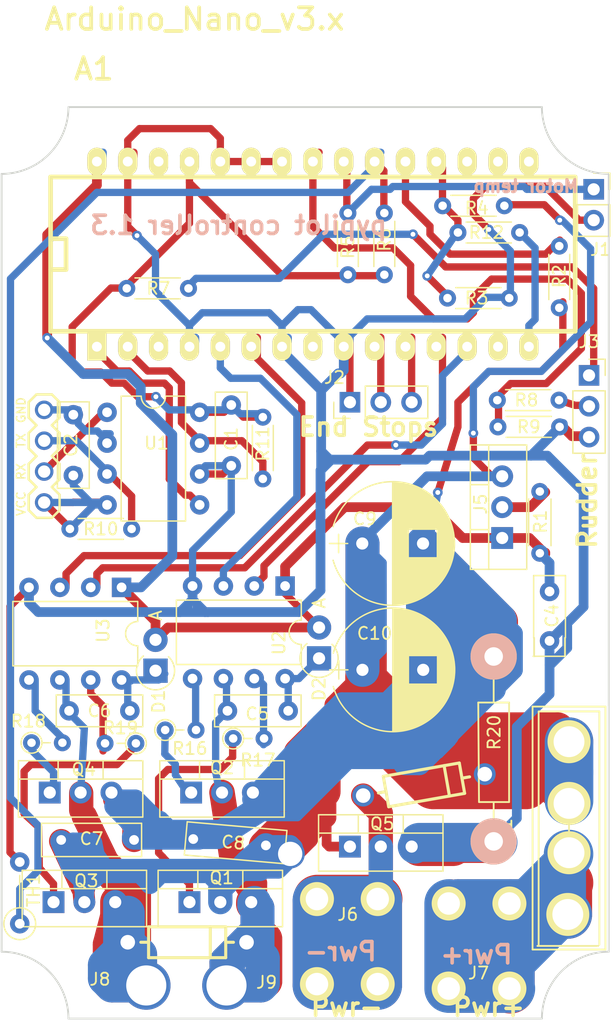
<source format=kicad_pcb>
(kicad_pcb (version 20171130) (host pcbnew 5.1.4+dfsg1-1)
  (layers (0 F.Cu signal) (31 B.Cu signal) (34 B.Paste user) (35 F.Paste user) (36 B.SilkS user) (37 F.SilkS user) (38 B.Mask user) (39 F.Mask user) (44 Edge.Cuts user))
  (net 0 "")
  (net 1 +5V)
  (net 2 GND)
  (net 3 "Net-(F1-Pad1)")
  (net 4 "Net-(A1-Pad10)")
  (net 5 /sense/Shunt)
  (net 6 "Net-(A1-Pad11)")
  (net 7 "Net-(A1-Pad22)")
  (net 8 "Net-(A1-Pad19)")
  (net 9 "Net-(A1-Pad21)")
  (net 10 "Net-(A1-Pad20)")
  (net 11 "Net-(A1-Pad1)")
  (net 12 "Net-(A1-Pad2)")
  (net 13 "Net-(A1-Pad3)")
  (net 14 "Net-(A1-Pad15)")
  (net 15 "Net-(A1-Pad16)")
  (net 16 "Net-(A1-Pad17)")
  (net 17 "Net-(A1-Pad18)")
  (net 18 "Net-(A1-Pad23)")
  (net 19 "Net-(A1-Pad28)")
  (net 20 /sense/PWMAL)
  (net 21 /sense/PWMBL)
  (net 22 /sense/PWMAH)
  (net 23 /sense/PWMBH)
  (net 24 VCC)
  (net 25 "Net-(C6-Pad1)")
  (net 26 "Net-(C6-Pad2)")
  (net 27 "Net-(Q1-Pad1)")
  (net 28 "Net-(Q2-Pad1)")
  (net 29 "Net-(Q3-Pad1)")
  (net 30 "Net-(Q4-Pad1)")
  (net 31 +12V)
  (net 32 /sense/PWMCL)
  (net 33 "Net-(C2-Pad1)")
  (net 34 "Net-(J4-Pad3)")
  (net 35 "Net-(C2-Pad2)")
  (net 36 "Net-(J4-Pad2)")
  (net 37 "Net-(A1-Pad8)")
  (net 38 "Net-(C5-Pad1)")
  (net 39 "Net-(C5-Pad2)")
  (net 40 "Net-(J3-Pad1)")
  (net 41 "Net-(J6-Pad1)")
  (net 42 "Net-(J3-Pad2)")
  (net 43 "Net-(R16-Pad2)")
  (net 44 "Net-(R17-Pad2)")
  (net 45 "Net-(R18-Pad2)")
  (net 46 "Net-(R19-Pad2)")
  (net 47 "Net-(J5-Pad2)")
  (module Capacitor_THT:C_Disc_D8.0mm_W2.5mm_P5.00mm (layer F.Cu) (at 71.2788 108.4434)
    (fp_text reference C7 (at 2.5 -0.1) (layer F.SilkS))
    (fp_text value 4.7uF)
    (pad 1 thru_hole circle (at 0 0) (size 1.6 1.6) (drill 0.8) (layers *.Cu *.Mask) (net 24 VCC))
    (pad 2 thru_hole circle (at 6 0) (size 1.6 1.6) (drill 0.8) (layers *.Cu *.Mask) (net 5 /sense/Shunt))
  )
  (module Capacitor_THT:C_Disc_D8.0mm_W2.5mm_P5.00mm (layer F.Cu) (at 88.1288 108.8934 175)
    (fp_text reference C8 (at 2.7 0 355) (layer F.SilkS))
    (fp_text value 4.7uF)
    (pad 1 thru_hole circle (at 0 0 175) (size 1.6 1.6) (drill 0.8) (layers *.Cu *.Mask) (net 24 VCC))
    (pad 2 thru_hole circle (at 6 0 175) (size 1.6 1.6) (drill 0.8) (layers *.Cu *.Mask) (net 5 /sense/Shunt))
  )
  (module Resistors_THT:R_Axial_DIN0204_L3.6mm_D1.6mm_P5.08mm_Horizontal (layer F.Cu) (at 71.9988 82.8434)
    (fp_text reference R10 (at 2.54 0) (layer F.SilkS))
    (fp_text value 2.4k)
    (pad 1 thru_hole circle (at 0 0) (size 1.4 1.4) (drill 0.7) (layers *.Cu *.Mask) (net 33 "Net-(C2-Pad1)"))
    (pad 2 thru_hole oval (at 5.08 0) (size 1.4 1.4) (drill 0.7) (layers *.Cu *.Mask) (net 34 "Net-(J4-Pad3)"))
  )
  (module Package_DIP:DIP-8_W7.62mm (layer F.Cu) (at 75.0568 73.2434)
    (fp_text reference U1 (at 4.064 2.54) (layer F.SilkS))
    (fp_text value cpc5001)
    (pad 8 thru_hole oval (at 7.62 0) (size 1.6 1.6) (drill 0.8) (layers *.Cu *.Mask) (net 1 +5V))
    (pad 4 thru_hole oval (at 0 7.62) (size 1.6 1.6) (drill 0.8) (layers *.Cu *.Mask) (net 33 "Net-(C2-Pad1)"))
    (pad 7 thru_hole oval (at 7.62 2.54) (size 1.6 1.6) (drill 0.8) (layers *.Cu *.Mask) (net 12 "Net-(A1-Pad2)"))
    (pad 3 thru_hole oval (at 0 5.08) (size 1.6 1.6) (drill 0.8) (layers *.Cu *.Mask) (net 34 "Net-(J4-Pad3)"))
    (pad 6 thru_hole oval (at 7.62 5.08) (size 1.6 1.6) (drill 0.8) (layers *.Cu *.Mask) (net 2 GND))
    (pad 2 thru_hole oval (at 0 2.54) (size 1.6 1.6) (drill 0.8) (layers *.Cu *.Mask) (net 35 "Net-(C2-Pad2)"))
    (pad 5 thru_hole oval (at 7.62 7.62) (size 1.6 1.6) (drill 0.8) (layers *.Cu *.Mask) (net 11 "Net-(A1-Pad1)"))
    (pad 1 thru_hole circle (at 0 0) (size 1.6 1.6) (drill 0.8) (layers *.Cu *.Mask) (net 36 "Net-(J4-Pad2)"))
  )
  (module hbridge_footprints:arduino_mini (layer F.Cu) (at 93.2688 60.2234)
    (fp_text reference A1 (at -19.304 -15.24) (layer F.SilkS) (effects (font (size 1.778 1.778) (thickness 0.3048))))
    (fp_text value Arduino_Nano_v3.x (at -11.012 -19.342) (layer F.SilkS) (effects (font (size 1.778 1.778) (thickness 0.3048))))
    (pad 1 thru_hole rect (at -19.05 7.62) (size 1.5748 2.286) (drill 0.8128) (layers *.Cu *.Mask F.SilkS) (net 11 "Net-(A1-Pad1)"))
    (pad 2 thru_hole oval (at -16.51 7.62) (size 1.5748 2.286) (drill 0.8128) (layers *.Cu *.Mask F.SilkS) (net 12 "Net-(A1-Pad2)"))
    (pad 3 thru_hole oval (at -13.97 7.62) (size 1.5748 2.286) (drill 0.8128) (layers *.Cu *.Mask F.SilkS) (net 13 "Net-(A1-Pad3)"))
    (pad 4 thru_hole oval (at -11.43 7.62) (size 1.5748 2.286) (drill 0.8128) (layers *.Cu *.Mask F.SilkS) (net 2 GND))
    (pad 5 thru_hole oval (at -8.89 7.62) (size 1.5748 2.286) (drill 0.8128) (layers *.Cu *.Mask F.SilkS) (net 20 /sense/PWMAL))
    (pad 6 thru_hole oval (at -6.35 7.62) (size 1.5748 2.286) (drill 0.8128) (layers *.Cu *.Mask F.SilkS) (net 21 /sense/PWMBL))
    (pad 7 thru_hole oval (at -3.81 7.62) (size 1.5748 2.286) (drill 0.8128) (layers *.Cu *.Mask F.SilkS) (net 2 GND))
    (pad 8 thru_hole oval (at -1.27 7.62) (size 1.5748 2.286) (drill 0.8128) (layers *.Cu *.Mask F.SilkS) (net 37 "Net-(A1-Pad8)"))
    (pad 9 thru_hole oval (at 1.27 7.62) (size 1.5748 2.286) (drill 0.8128) (layers *.Cu *.Mask F.SilkS) (net 2 GND))
    (pad 10 thru_hole oval (at 3.81 7.62) (size 1.5748 2.286) (drill 0.8128) (layers *.Cu *.Mask F.SilkS) (net 4 "Net-(A1-Pad10)"))
    (pad 11 thru_hole oval (at 6.35 7.62) (size 1.5748 2.286) (drill 0.8128) (layers *.Cu *.Mask F.SilkS) (net 6 "Net-(A1-Pad11)"))
    (pad 12 thru_hole oval (at 8.89 7.62) (size 1.5748 2.286) (drill 0.8128) (layers *.Cu *.Mask F.SilkS) (net 22 /sense/PWMAH))
    (pad 13 thru_hole oval (at 11.43 7.62) (size 1.5748 2.286) (drill 0.8128) (layers *.Cu *.Mask F.SilkS) (net 23 /sense/PWMBH))
    (pad 14 thru_hole oval (at 13.97 7.62) (size 1.5748 2.286) (drill 0.8128) (layers *.Cu *.Mask F.SilkS) (net 32 /sense/PWMCL))
    (pad 15 thru_hole oval (at 16.51 7.62) (size 1.5748 2.286) (drill 0.8128) (layers *.Cu *.Mask F.SilkS) (net 14 "Net-(A1-Pad15)"))
    (pad 16 thru_hole oval (at 16.51 -7.62) (size 1.5748 2.286) (drill 0.8128) (layers *.Cu *.Mask F.SilkS) (net 15 "Net-(A1-Pad16)"))
    (pad 17 thru_hole oval (at 13.97 -7.62) (size 1.5748 2.286) (drill 0.8128) (layers *.Cu *.Mask F.SilkS) (net 16 "Net-(A1-Pad17)"))
    (pad 18 thru_hole oval (at 11.43 -7.62) (size 1.5748 2.286) (drill 0.8128) (layers *.Cu *.Mask F.SilkS) (net 17 "Net-(A1-Pad18)"))
    (pad 19 thru_hole oval (at 8.89 -7.62) (size 1.5748 2.286) (drill 0.8128) (layers *.Cu *.Mask F.SilkS) (net 8 "Net-(A1-Pad19)"))
    (pad 20 thru_hole oval (at 6.35 -7.62) (size 1.5748 2.286) (drill 0.8128) (layers *.Cu *.Mask F.SilkS) (net 10 "Net-(A1-Pad20)"))
    (pad 21 thru_hole oval (at 3.81 -7.62) (size 1.5748 2.286) (drill 0.8128) (layers *.Cu *.Mask F.SilkS) (net 9 "Net-(A1-Pad21)"))
    (pad 22 thru_hole oval (at 1.27 -7.62) (size 1.5748 2.286) (drill 0.8128) (layers *.Cu *.Mask F.SilkS) (net 7 "Net-(A1-Pad22)"))
    (pad 23 thru_hole oval (at -1.27 -7.62) (size 1.5748 2.286) (drill 0.8128) (layers *.Cu *.Mask F.SilkS) (net 18 "Net-(A1-Pad23)"))
    (pad 24 thru_hole oval (at -3.81 -7.62) (size 1.5748 2.286) (drill 0.8128) (layers *.Cu *.Mask F.SilkS) (net 2 GND))
    (pad 25 thru_hole oval (at -6.35 -7.62) (size 1.5748 2.286) (drill 0.8128) (layers *.Cu *.Mask F.SilkS) (net 2 GND))
    (pad 26 thru_hole oval (at -8.89 -7.62) (size 1.5748 2.286) (drill 0.8128) (layers *.Cu *.Mask F.SilkS) (net 2 GND))
    (pad 27 thru_hole oval (at -11.43 -7.62) (size 1.5748 2.286) (drill 0.8128) (layers *.Cu *.Mask F.SilkS) (net 1 +5V))
    (pad 28 thru_hole oval (at -13.97 -7.62) (size 1.5748 2.286) (drill 0.8128) (layers *.Cu *.Mask F.SilkS) (net 19 "Net-(A1-Pad28)"))
    (pad 29 thru_hole oval (at -16.51 -7.62) (size 1.5748 2.286) (drill 0.8128) (layers *.Cu *.Mask F.SilkS) (net 2 GND))
    (pad 30 thru_hole oval (at -19.05 -7.62) (size 1.5748 2.286) (drill 0.8128) (layers *.Cu *.Mask F.SilkS) (net 31 +12V))
  )
  (module Package_TO_SOT_THT:TO-220-3_Vertical (layer F.Cu) (at 107.5788 83.5914 90)
    (fp_text reference J5 (at 2.794 -1.778 90) (layer F.SilkS))
    (fp_text value "12v REG/R")
    (pad 1 thru_hole rect (at 0 0 90) (size 1.8 1.8) (drill 1) (layers *.Cu *.Mask) (net 31 +12V))
    (pad 2 thru_hole oval (at 2.54 0 90) (size 1.8 1.8) (drill 1) (layers *.Cu *.Mask) (net 47 "Net-(J5-Pad2)"))
    (pad 3 thru_hole oval (at 5.08 0 90) (size 1.8 1.8) (drill 1) (layers *.Cu *.Mask) (net 24 VCC))
  )
  (module hbridge_footprints:screw_terminal (layer F.Cu) (at 108.1748 120.6754 180)
    (fp_text reference J7 (at 2.54 1.27 180) (layer F.SilkS))
    (fp_text value Pwr+)
    (pad 1 thru_hole circle (at 0 0 180) (size 2.8 2.8) (drill 1.85) (layers *.Cu *.Mask F.SilkS) (net 3 "Net-(F1-Pad1)"))
    (pad 1 thru_hole circle (at 5 0 180) (size 2.8 2.8) (drill 1.85) (layers *.Cu *.Mask F.SilkS) (net 3 "Net-(F1-Pad1)"))
    (pad 1 thru_hole circle (at 0 7 180) (size 2.8 2.8) (drill 1.85) (layers *.Cu *.Mask F.SilkS) (net 3 "Net-(F1-Pad1)"))
    (pad 1 thru_hole circle (at 5 7 180) (size 2.8 2.8) (drill 1.85) (layers *.Cu *.Mask F.SilkS) (net 3 "Net-(F1-Pad1)"))
  )
  (module Capacitor_THT:CP_Radial_D10.0mm_P5.00mm (layer F.Cu) (at 96.0628 84.0434)
    (fp_text reference C9 (at 0.216 -2.032) (layer F.SilkS))
    (fp_text value 330uF)
    (pad 1 thru_hole rect (at 0 0) (size 2 2) (drill 1) (layers *.Cu *.Mask) (net 24 VCC))
    (pad 2 thru_hole circle (at 5 0) (size 2 2) (drill 1) (layers *.Cu *.Mask) (net 5 /sense/Shunt))
  )
  (module Capacitor_THT:CP_Radial_D10.0mm_P5.00mm (layer F.Cu) (at 96.0788 94.4434)
    (fp_text reference C10 (at 1 -3) (layer F.SilkS))
    (fp_text value 330uF)
    (pad 2 thru_hole circle (at 5 0) (size 2 2) (drill 1) (layers *.Cu *.Mask) (net 5 /sense/Shunt))
    (pad 1 thru_hole rect (at 0 0) (size 2 2) (drill 1) (layers *.Cu *.Mask) (net 24 VCC))
  )
  (module Diode_THT:D_T-1_P2.54mm_Vertical_AnodeUp (layer F.Cu) (at 79.0448 94.5134 90)
    (fp_text reference D1 (at -2.54 0.254 90) (layer F.SilkS))
    (fp_text value MUR160)
    (fp_text user A (at 4.54 0 90) (layer F.SilkS))
    (pad 1 thru_hole rect (at 0 0 90) (size 2 2) (drill 1) (layers *.Cu *.Mask) (net 25 "Net-(C6-Pad1)"))
    (pad 2 thru_hole oval (at 2.54 0 90) (size 2 2) (drill 1) (layers *.Cu *.Mask) (net 31 +12V))
  )
  (module Diode_THT:D_T-1_P2.54mm_Vertical_AnodeUp (layer F.Cu) (at 92.5068 93.4974 90)
    (fp_text reference D2 (at -2.54 0 90) (layer F.SilkS))
    (fp_text value MUR160)
    (fp_text user A (at 4.54 0 90) (layer F.SilkS))
    (pad 2 thru_hole oval (at 2.54 0 90) (size 2 2) (drill 1) (layers *.Cu *.Mask) (net 31 +12V))
    (pad 1 thru_hole rect (at 0 0 90) (size 2 2) (drill 1) (layers *.Cu *.Mask) (net 38 "Net-(C5-Pad1)"))
  )
  (module hbridge_footprints:BladeFuse-CarType (layer F.Cu) (at 113.0808 107.4674 90)
    (fp_text reference F1 (at -0.1 -5.2 90) (layer F.SilkS))
    (fp_text value FUSE)
    (pad 1 thru_hole circle (at -2.03 0 90) (size 3.54 3.54) (drill 2.54) (layers *.Cu *.Mask F.SilkS) (net 3 "Net-(F1-Pad1)"))
    (pad 1 thru_hole circle (at -7.11 -0.1 90) (size 3.54 3.54) (drill 2.54) (layers *.Cu *.Mask F.SilkS) (net 3 "Net-(F1-Pad1)"))
    (pad 2 thru_hole circle (at 2.03 0 90) (size 3.54 3.54) (drill 2.54) (layers *.Cu *.Mask F.SilkS) (net 24 VCC))
    (pad 2 thru_hole circle (at 7.11 0 90) (size 3.54 3.54) (drill 2.54) (layers *.Cu *.Mask F.SilkS) (net 24 VCC))
  )
  (module hbridge_footprints:uart (layer F.Cu) (at 69.8788 80.6634 90)
    (fp_text reference J4 hide)
    (fp_text value UART_Device hide)
    (fp_text user GND (at 7.6 -1.9 90) (layer F.SilkS) (effects (font (size 0.7 0.7) (thickness 0.12))))
    (fp_text user RX (at 2.54 -1.905 90) (layer F.SilkS) (effects (font (size 0.7 0.7) (thickness 0.12))))
    (fp_text user TX (at 5.08 -1.905 90) (layer F.SilkS) (effects (font (size 0.7 0.7) (thickness 0.12))))
    (fp_text user VCC (at -0.1 -1.9 90) (layer F.SilkS) (effects (font (size 0.7 0.7) (thickness 0.12))))
    (pad 1 thru_hole oval (at 0 0 180) (size 1.524 1.524) (drill 1.016) (layers *.Cu *.Mask) (net 33 "Net-(C2-Pad1)"))
    (pad 2 thru_hole oval (at 2.54 0 180) (size 1.524 1.524) (drill 1.016) (layers *.Cu *.Mask) (net 36 "Net-(J4-Pad2)"))
    (pad 3 thru_hole oval (at 5.08 0 180) (size 1.524 1.524) (drill 1.016) (layers *.Cu *.Mask) (net 34 "Net-(J4-Pad3)"))
    (pad 4 thru_hole oval (at 7.62 0 180) (size 1.524 1.524) (drill 1.016) (layers *.Cu *.Mask) (net 35 "Net-(C2-Pad2)"))
  )
  (module Package_TO_SOT_THT:TO-220-3_Vertical (layer F.Cu) (at 81.8388 113.5634)
    (fp_text reference Q1 (at 2.65 -2) (layer F.SilkS))
    (fp_text value Q_NMOS_GDS)
    (pad 3 thru_hole oval (at 5.08 0) (size 1.8 1.8) (drill 1) (layers *.Cu *.Mask) (net 39 "Net-(C5-Pad2)"))
    (pad 2 thru_hole oval (at 2.54 0) (size 1.8 1.8) (drill 1) (layers *.Cu *.Mask) (net 24 VCC))
    (pad 1 thru_hole rect (at 0 0) (size 1.8 1.8) (drill 1) (layers *.Cu *.Mask) (net 27 "Net-(Q1-Pad1)"))
  )
  (module Package_TO_SOT_THT:TO-220-3_Vertical (layer F.Cu) (at 70.6488 113.5634)
    (fp_text reference Q3 (at 2.7 -1.75) (layer F.SilkS))
    (fp_text value Q_NMOS_GDS)
    (pad 1 thru_hole rect (at 0 0) (size 1.8 1.8) (drill 1) (layers *.Cu *.Mask) (net 29 "Net-(Q3-Pad1)"))
    (pad 2 thru_hole oval (at 2.54 0) (size 1.8 1.8) (drill 1) (layers *.Cu *.Mask) (net 24 VCC))
    (pad 3 thru_hole oval (at 5.08 0) (size 1.8 1.8) (drill 1) (layers *.Cu *.Mask) (net 26 "Net-(C6-Pad2)"))
  )
  (module Package_TO_SOT_THT:TO-220-3_Vertical (layer F.Cu) (at 70.3388 104.5434)
    (fp_text reference Q4 (at 2.8 -1.9) (layer F.SilkS))
    (fp_text value Q_NMOS_GDS)
    (pad 1 thru_hole rect (at 0 0) (size 1.8 1.8) (drill 1) (layers *.Cu *.Mask) (net 30 "Net-(Q4-Pad1)"))
    (pad 2 thru_hole oval (at 2.54 0) (size 1.8 1.8) (drill 1) (layers *.Cu *.Mask) (net 26 "Net-(C6-Pad2)"))
    (pad 3 thru_hole oval (at 5.08 0) (size 1.8 1.8) (drill 1) (layers *.Cu *.Mask) (net 5 /sense/Shunt))
  )
  (module Package_TO_SOT_THT:TO-220-3_Vertical (layer F.Cu) (at 95.0468 108.9914)
    (fp_text reference Q5 (at 2.66 -1.87) (layer F.SilkS))
    (fp_text value Q_NMOS_GDS)
    (pad 1 thru_hole rect (at 0 0) (size 1.8 1.8) (drill 1) (layers *.Cu *.Mask) (net 24 VCC))
    (pad 2 thru_hole oval (at 2.54 0) (size 1.8 1.8) (drill 1) (layers *.Cu *.Mask) (net 41 "Net-(J6-Pad1)"))
    (pad 3 thru_hole oval (at 5.08 0) (size 1.8 1.8) (drill 1) (layers *.Cu *.Mask) (net 2 GND))
  )
  (module Resistor_THT:R_Axial_DIN0207_L6.3mm_D2.5mm_P5.08mm_Vertical (layer F.Cu) (at 67.8688 115.3414 90)
    (fp_text reference TH1 (at 2.748 1.14 90) (layer F.SilkS))
    (fp_text value Thermistor)
    (pad 1 thru_hole circle (at 0 0 90) (size 1.6 1.6) (drill 0.8) (layers *.Cu *.Mask) (net 9 "Net-(A1-Pad21)"))
    (pad 2 thru_hole oval (at 5.08 0 90) (size 1.6 1.6) (drill 0.8) (layers *.Cu *.Mask) (net 2 GND))
  )
  (module hbridge_footprints:tvs (layer F.Cu) (at 81.6483 116.8654)
    (fp_text reference TVS1)
    (fp_text value TVS hide)
    (pad A thru_hole oval (at -4.8895 0) (size 1.79832 1.79832) (drill 1.19888) (layers *.Cu *.Mask) (net 26 "Net-(C6-Pad2)"))
    (pad K thru_hole oval (at 4.8895 0) (size 1.79832 1.79832) (drill 1.19888) (layers *.Cu *.Mask) (net 39 "Net-(C5-Pad2)"))
  )
  (module freetronics_footprints:DIODE-1N4001 (layer F.Cu) (at 101.1428 103.9114 10)
    (fp_text reference TVS2)
    (fp_text value TVS hide)
    (pad A thru_hole oval (at -5.08 0 10) (size 1.79832 1.79832) (drill 1.19888) (layers *.Cu *.Mask) (net 41 "Net-(J6-Pad1)"))
    (pad K thru_hole oval (at 5.08 0 10) (size 1.79832 1.79832) (drill 1.19888) (layers *.Cu *.Mask) (net 24 VCC))
  )
  (module Package_DIP:DIP-8_W7.62mm (layer F.Cu) (at 76.2508 87.6554 270)
    (fp_text reference U3 (at 3.556 1.524 270) (layer F.SilkS))
    (fp_text value NCP5106B)
    (pad 1 thru_hole rect (at 0 0 270) (size 1.6 1.6) (drill 0.8) (layers *.Cu *.Mask) (net 31 +12V))
    (pad 5 thru_hole oval (at 7.62 7.62 270) (size 1.6 1.6) (drill 0.8) (layers *.Cu *.Mask) (net 45 "Net-(R18-Pad2)"))
    (pad 2 thru_hole oval (at 0 2.54 270) (size 1.6 1.6) (drill 0.8) (layers *.Cu *.Mask) (net 23 /sense/PWMBH))
    (pad 6 thru_hole oval (at 7.62 5.08 270) (size 1.6 1.6) (drill 0.8) (layers *.Cu *.Mask) (net 26 "Net-(C6-Pad2)"))
    (pad 3 thru_hole oval (at 0 5.08 270) (size 1.6 1.6) (drill 0.8) (layers *.Cu *.Mask) (net 21 /sense/PWMBL))
    (pad 7 thru_hole oval (at 7.62 2.54 270) (size 1.6 1.6) (drill 0.8) (layers *.Cu *.Mask) (net 46 "Net-(R19-Pad2)"))
    (pad 4 thru_hole oval (at 0 7.62 270) (size 1.6 1.6) (drill 0.8) (layers *.Cu *.Mask) (net 2 GND))
    (pad 8 thru_hole oval (at 7.62 0 270) (size 1.6 1.6) (drill 0.8) (layers *.Cu *.Mask) (net 25 "Net-(C6-Pad1)"))
  )
  (module Package_DIP:DIP-8_W7.62mm (layer F.Cu) (at 89.7128 87.5434 270)
    (fp_text reference U2 (at 4.684 0.508 270) (layer F.SilkS))
    (fp_text value NCP5106B)
    (pad 1 thru_hole rect (at 0 0 270) (size 1.6 1.6) (drill 0.8) (layers *.Cu *.Mask) (net 31 +12V))
    (pad 5 thru_hole oval (at 7.62 7.62 270) (size 1.6 1.6) (drill 0.8) (layers *.Cu *.Mask) (net 43 "Net-(R16-Pad2)"))
    (pad 2 thru_hole oval (at 0 2.54 270) (size 1.6 1.6) (drill 0.8) (layers *.Cu *.Mask) (net 22 /sense/PWMAH))
    (pad 6 thru_hole oval (at 7.62 5.08 270) (size 1.6 1.6) (drill 0.8) (layers *.Cu *.Mask) (net 39 "Net-(C5-Pad2)"))
    (pad 3 thru_hole oval (at 0 5.08 270) (size 1.6 1.6) (drill 0.8) (layers *.Cu *.Mask) (net 20 /sense/PWMAL))
    (pad 7 thru_hole oval (at 7.62 2.54 270) (size 1.6 1.6) (drill 0.8) (layers *.Cu *.Mask) (net 44 "Net-(R17-Pad2)"))
    (pad 4 thru_hole oval (at 0 7.62 270) (size 1.6 1.6) (drill 0.8) (layers *.Cu *.Mask) (net 2 GND))
    (pad 8 thru_hole oval (at 7.62 0 270) (size 1.6 1.6) (drill 0.8) (layers *.Cu *.Mask) (net 38 "Net-(C5-Pad1)"))
  )
  (module Package_TO_SOT_THT:TO-220-3_Vertical (layer F.Cu) (at 81.9788 104.5434)
    (fp_text reference Q2 (at 2.54 -2.032) (layer F.SilkS))
    (fp_text value Q_NMOS_GDS)
    (pad 1 thru_hole rect (at 0 0) (size 1.8 1.8) (drill 1) (layers *.Cu *.Mask) (net 28 "Net-(Q2-Pad1)"))
    (pad 2 thru_hole oval (at 2.54 0) (size 1.8 1.8) (drill 1) (layers *.Cu *.Mask) (net 39 "Net-(C5-Pad2)"))
    (pad 3 thru_hole oval (at 5.08 0) (size 1.8 1.8) (drill 1) (layers *.Cu *.Mask) (net 5 /sense/Shunt))
  )
  (module Capacitor_THT:C_Disc_D7.0mm_W2.5mm_P5.00mm (layer F.Cu) (at 89.9668 97.8154 180)
    (fp_text reference C5 (at 2.54 -0.254 180) (layer F.SilkS))
    (fp_text value 1uF)
    (pad 1 thru_hole circle (at 0 0 180) (size 1.6 1.6) (drill 0.8) (layers *.Cu *.Mask) (net 38 "Net-(C5-Pad1)"))
    (pad 2 thru_hole circle (at 5 0 180) (size 1.6 1.6) (drill 0.8) (layers *.Cu *.Mask) (net 39 "Net-(C5-Pad2)"))
  )
  (module Resistor_THT:R_Axial_DIN0204_L3.6mm_D1.6mm_P2.54mm_Vertical (layer F.Cu) (at 77.4288 100.4934 180)
    (fp_text reference R19 (at 1.27 1.27 180) (layer F.SilkS))
    (fp_text value 47)
    (pad 1 thru_hole circle (at 0 0 180) (size 1.4 1.4) (drill 0.7) (layers *.Cu *.Mask) (net 29 "Net-(Q3-Pad1)"))
    (pad 2 thru_hole oval (at 2.54 0 180) (size 1.4 1.4) (drill 0.7) (layers *.Cu *.Mask) (net 46 "Net-(R19-Pad2)"))
  )
  (module Capacitor_THT:C_Disc_D7.0mm_W2.5mm_P5.00mm (layer F.Cu) (at 76.9328 97.8154 180)
    (fp_text reference C6 (at 2.5 0 180) (layer F.SilkS))
    (fp_text value 1uF)
    (pad 1 thru_hole circle (at 0 0 180) (size 1.6 1.6) (drill 0.8) (layers *.Cu *.Mask) (net 25 "Net-(C6-Pad1)"))
    (pad 2 thru_hole circle (at 5 0 180) (size 1.6 1.6) (drill 0.8) (layers *.Cu *.Mask) (net 26 "Net-(C6-Pad2)"))
  )
  (module Connector_PinHeader_2.54mm:PinHeader_1x03_P2.54mm_Vertical (layer F.Cu) (at 95.0468 72.4154 90)
    (fp_text reference J2 (at 2.032 -1.27 180) (layer F.SilkS))
    (fp_text value "End Stops")
    (pad 1 thru_hole rect (at 0 0 90) (size 1.7 1.7) (drill 1) (layers *.Cu *.Mask) (net 2 GND))
    (pad 2 thru_hole oval (at 0 2.54 90) (size 1.7 1.7) (drill 1) (layers *.Cu *.Mask) (net 4 "Net-(A1-Pad10)"))
    (pad 3 thru_hole oval (at 0 5.08 90) (size 1.7 1.7) (drill 1) (layers *.Cu *.Mask) (net 6 "Net-(A1-Pad11)"))
  )
  (module hbridge_footprints:screw_terminal (layer F.Cu) (at 92.3328 113.3094)
    (fp_text reference J6 (at 2.54 1.27) (layer F.SilkS))
    (fp_text value Pwr-)
    (pad 1 thru_hole circle (at 0 0) (size 2.8 2.8) (drill 1.85) (layers *.Cu *.Mask F.SilkS) (net 41 "Net-(J6-Pad1)"))
    (pad 1 thru_hole circle (at 5 0) (size 2.8 2.8) (drill 1.85) (layers *.Cu *.Mask F.SilkS) (net 41 "Net-(J6-Pad1)"))
    (pad 1 thru_hole circle (at 0 7) (size 2.8 2.8) (drill 1.85) (layers *.Cu *.Mask F.SilkS) (net 41 "Net-(J6-Pad1)"))
    (pad 1 thru_hole circle (at 5 7) (size 2.8 2.8) (drill 1.85) (layers *.Cu *.Mask F.SilkS) (net 41 "Net-(J6-Pad1)"))
  )
  (module Connector_PinSocket_2.54mm:PinSocket_1x02_P2.54mm_Vertical (layer F.Cu) (at 115.1128 54.8894)
    (fp_text reference J1 (at 0.566 4.954) (layer F.SilkS))
    (fp_text value Conn_01x02)
    (pad 1 thru_hole rect (at 0 0) (size 1.7 1.7) (drill 1) (layers *.Cu *.Mask) (net 7 "Net-(A1-Pad22)"))
    (pad 2 thru_hole oval (at 0 2.54) (size 1.7 1.7) (drill 1) (layers *.Cu *.Mask) (net 2 GND))
  )
  (module hbridge_footprints:Power (layer F.Cu) (at 85.1408 119.1514)
    (fp_text reference J9 (at 3.048 1.016) (layer F.SilkS))
    (fp_text value "Motor A")
    (pad 1 thru_hole circle (at -0.254 1.27) (size 4 4) (drill 3.3) (layers *.Cu *.Mask) (net 39 "Net-(C5-Pad2)"))
  )
  (module Connector_PinSocket_2.54mm:PinSocket_1x03_P2.54mm_Vertical (layer F.Cu) (at 114.7288 70.2034)
    (fp_text reference J3 (at 0 -2.77) (layer F.SilkS))
    (fp_text value SENSE)
    (pad 1 thru_hole rect (at 0 0) (size 1.7 1.7) (drill 1) (layers *.Cu *.Mask) (net 40 "Net-(J3-Pad1)"))
    (pad 2 thru_hole oval (at 0 2.54) (size 1.7 1.7) (drill 1) (layers *.Cu *.Mask) (net 42 "Net-(J3-Pad2)"))
    (pad 3 thru_hole oval (at 0 5.08) (size 1.7 1.7) (drill 1) (layers *.Cu *.Mask) (net 2 GND))
  )
  (module hbridge_footprints:Power (layer F.Cu) (at 78.5368 119.1514)
    (fp_text reference J8 (at -4.064 0.762) (layer F.SilkS))
    (fp_text value "Motor B")
    (pad 1 thru_hole circle (at -0.254 1.27) (size 4 4) (drill 3.3) (layers *.Cu *.Mask) (net 26 "Net-(C6-Pad2)"))
  )
  (module Resistor_THT:R_Axial_DIN0204_L3.6mm_D1.6mm_P2.54mm_Vertical (layer F.Cu) (at 85.4388 100.0934)
    (fp_text reference R17 (at 2.032 1.778) (layer F.SilkS))
    (fp_text value 47)
    (pad 2 thru_hole oval (at 2.54 0) (size 1.4 1.4) (drill 0.7) (layers *.Cu *.Mask) (net 44 "Net-(R17-Pad2)"))
    (pad 1 thru_hole circle (at 0 0) (size 1.4 1.4) (drill 0.7) (layers *.Cu *.Mask) (net 27 "Net-(Q1-Pad1)"))
  )
  (module Resistor_THT:R_Axial_DIN0204_L3.6mm_D1.6mm_P2.54mm_Vertical (layer F.Cu) (at 68.8388 100.4434)
    (fp_text reference R18 (at -0.254 -1.778) (layer F.SilkS))
    (fp_text value 47)
    (pad 1 thru_hole circle (at 0 0) (size 1.4 1.4) (drill 0.7) (layers *.Cu *.Mask) (net 30 "Net-(Q4-Pad1)"))
    (pad 2 thru_hole oval (at 2.54 0) (size 1.4 1.4) (drill 0.7) (layers *.Cu *.Mask) (net 45 "Net-(R18-Pad2)"))
  )
  (module Resistor_THT:R_Axial_DIN0204_L3.6mm_D1.6mm_P2.54mm_Vertical (layer F.Cu) (at 79.8388 99.3934)
    (fp_text reference R16 (at 2.032 1.524) (layer F.SilkS))
    (fp_text value 47)
    (pad 1 thru_hole circle (at 0 0) (size 1.4 1.4) (drill 0.7) (layers *.Cu *.Mask) (net 28 "Net-(Q2-Pad1)"))
    (pad 2 thru_hole oval (at 2.54 0) (size 1.4 1.4) (drill 0.7) (layers *.Cu *.Mask) (net 43 "Net-(R16-Pad2)"))
  )
  (module hbridge_footprints:C_Disc_D5.0mm_W2.5mm_P2.50mm (layer F.Cu) (at 111.4788 87.9934 270)
    (fp_text reference C4 (at 2 -0.2 270) (layer F.SilkS))
    (fp_text value 4.7uF)
    (pad 1 thru_hole circle (at 0 0 270) (size 1.6 1.6) (drill 0.8) (layers *.Cu *.Mask) (net 31 +12V))
    (pad 2 thru_hole circle (at 4.064 0 270) (size 1.6 1.6) (drill 0.8) (layers *.Cu *.Mask) (net 2 GND))
  )
  (module hbridge_footprints:Resistor_Horizontal_RM10mm (layer F.Cu) (at 106.8788 88.2434 270)
    (fp_text reference R20 (at 11.35 -0.04 270) (layer F.SilkS))
    (fp_text value 10mOhm)
    (pad 2 thru_hole circle (at 20.32 0 270) (size 3.81 3.81) (drill 1.524) (layers *.Cu *.SilkS *.Mask) (net 2 GND))
    (pad 1 thru_hole circle (at 5.1 0 270) (size 3.81 3.81) (drill 1.524) (layers *.Cu *.SilkS *.Mask) (net 5 /sense/Shunt))
  )
  (module Capacitors_THT:C_Disc_D7.0mm_W2.5mm_P5.00mm (layer F.Cu) (at 85.2788 72.6434 270)
    (fp_text reference C1 (at 2.8 0 270) (layer F.SilkS))
    (fp_text value .1uF)
    (pad 1 thru_hole circle (at 0 0 270) (size 1.6 1.6) (drill 0.8) (layers *.Cu *.Mask) (net 1 +5V))
    (pad 2 thru_hole circle (at 5 0 270) (size 1.6 1.6) (drill 0.8) (layers *.Cu *.Mask) (net 2 GND))
  )
  (module Capacitors_THT:C_Disc_D7.0mm_W2.5mm_P5.00mm (layer F.Cu) (at 72.2788 78.4434 90)
    (fp_text reference C2 (at 2.5 -0.2 90) (layer F.SilkS))
    (fp_text value .1uF)
    (pad 1 thru_hole circle (at 0 0 90) (size 1.6 1.6) (drill 0.8) (layers *.Cu *.Mask) (net 33 "Net-(C2-Pad1)"))
    (pad 2 thru_hole circle (at 5 0 90) (size 1.6 1.6) (drill 0.8) (layers *.Cu *.Mask) (net 35 "Net-(C2-Pad2)"))
  )
  (module Resistors_THT:R_Axial_DIN0204_L3.6mm_D1.6mm_P5.08mm_Horizontal (layer F.Cu) (at 87.8788 73.6434 270)
    (fp_text reference R11 (at 2.2 0 90) (layer F.SilkS))
    (fp_text value 2.4k)
    (pad 1 thru_hole circle (at 0 0 270) (size 1.4 1.4) (drill 0.7) (layers *.Cu *.Mask) (net 1 +5V))
    (pad 2 thru_hole oval (at 5.08 0 270) (size 1.4 1.4) (drill 0.7) (layers *.Cu *.Mask) (net 12 "Net-(A1-Pad2)"))
  )
  (module Resistors_THT:R_Axial_DIN0204_L3.6mm_D1.6mm_P5.08mm_Horizontal (layer F.Cu) (at 102.6788 56.2434)
    (fp_text reference R4 (at 2.8 0.2) (layer F.SilkS))
    (fp_text value 10k)
    (pad 1 thru_hole circle (at 0 0) (size 1.4 1.4) (drill 0.7) (layers *.Cu *.Mask) (net 8 "Net-(A1-Pad19)"))
    (pad 2 thru_hole oval (at 5.08 0) (size 1.4 1.4) (drill 0.7) (layers *.Cu *.Mask) (net 24 VCC))
  )
  (module Resistors_THT:R_Axial_DIN0204_L3.6mm_D1.6mm_P5.08mm_Horizontal (layer F.Cu) (at 103.9368 58.4454)
    (fp_text reference R12 (at 2.342 -0.002) (layer F.SilkS))
    (fp_text value 560)
    (pad 1 thru_hole circle (at 0 0) (size 1.4 1.4) (drill 0.7) (layers *.Cu *.Mask) (net 8 "Net-(A1-Pad19)"))
    (pad 2 thru_hole oval (at 5.08 0) (size 1.4 1.4) (drill 0.7) (layers *.Cu *.Mask) (net 14 "Net-(A1-Pad15)"))
  )
  (module Resistors_THT:R_Axial_DIN0204_L3.6mm_D1.6mm_P5.08mm_Horizontal (layer F.Cu) (at 112.2788 64.6434 90)
    (fp_text reference R2 (at 2.6 0 90) (layer F.SilkS))
    (fp_text value 560)
    (pad 1 thru_hole circle (at 0 0 90) (size 1.4 1.4) (drill 0.7) (layers *.Cu *.Mask) (net 5 /sense/Shunt))
    (pad 2 thru_hole oval (at 5.08 0 90) (size 1.4 1.4) (drill 0.7) (layers *.Cu *.Mask) (net 10 "Net-(A1-Pad20)"))
  )
  (module Resistors_THT:R_Axial_DIN0204_L3.6mm_D1.6mm_P5.08mm_Horizontal (layer F.Cu) (at 103.0788 63.8434)
    (fp_text reference R3 (at 2.4 0) (layer F.SilkS))
    (fp_text value 560)
    (pad 1 thru_hole circle (at 0 0) (size 1.4 1.4) (drill 0.7) (layers *.Cu *.Mask) (net 8 "Net-(A1-Pad19)"))
    (pad 2 thru_hole oval (at 5.08 0) (size 1.4 1.4) (drill 0.7) (layers *.Cu *.Mask) (net 2 GND))
  )
  (module Resistors_THT:R_Axial_DIN0204_L3.6mm_D1.6mm_P5.08mm_Horizontal (layer F.Cu) (at 97.8788 56.8434 270)
    (fp_text reference R6 (at 2.2 0 270) (layer F.SilkS))
    (fp_text value 100k)
    (pad 1 thru_hole circle (at 0 0 270) (size 1.4 1.4) (drill 0.7) (layers *.Cu *.Mask) (net 9 "Net-(A1-Pad21)"))
    (pad 2 thru_hole oval (at 5.08 0 270) (size 1.4 1.4) (drill 0.7) (layers *.Cu *.Mask) (net 1 +5V))
  )
  (module Resistors_THT:R_Axial_DIN0204_L3.6mm_D1.6mm_P5.08mm_Horizontal (layer F.Cu) (at 94.8788 56.8434 270)
    (fp_text reference R5 (at 2.8 0 270) (layer F.SilkS))
    (fp_text value 100k)
    (pad 1 thru_hole circle (at 0 0 270) (size 1.4 1.4) (drill 0.7) (layers *.Cu *.Mask) (net 7 "Net-(A1-Pad22)"))
    (pad 2 thru_hole oval (at 5.08 0 270) (size 1.4 1.4) (drill 0.7) (layers *.Cu *.Mask) (net 1 +5V))
  )
  (module Resistors_THT:R_Axial_DIN0204_L3.6mm_D1.6mm_P5.08mm_Horizontal (layer F.Cu) (at 76.6788 63.0434)
    (fp_text reference R7 (at 2.6 0) (layer F.SilkS))
    (fp_text value 200)
    (pad 1 thru_hole circle (at 0 0) (size 1.4 1.4) (drill 0.7) (layers *.Cu *.Mask) (net 1 +5V))
    (pad 2 thru_hole oval (at 5.08 0) (size 1.4 1.4) (drill 0.7) (layers *.Cu *.Mask) (net 40 "Net-(J3-Pad1)"))
  )
  (module Resistors_THT:R_Axial_DIN0204_L3.6mm_D1.6mm_P5.08mm_Horizontal (layer F.Cu) (at 107.1788 72.2434)
    (fp_text reference R8 (at 2.4 0) (layer F.SilkS))
    (fp_text value 100k)
    (pad 1 thru_hole circle (at 0 0) (size 1.4 1.4) (drill 0.7) (layers *.Cu *.Mask) (net 18 "Net-(A1-Pad23)"))
    (pad 2 thru_hole oval (at 5.08 0) (size 1.4 1.4) (drill 0.7) (layers *.Cu *.Mask) (net 42 "Net-(J3-Pad2)"))
  )
  (module Resistors_THT:R_Axial_DIN0204_L3.6mm_D1.6mm_P5.08mm_Horizontal (layer F.Cu) (at 107.2288 74.4434)
    (fp_text reference R9 (at 2.54 0) (layer F.SilkS))
    (fp_text value 30k)
    (pad 1 thru_hole circle (at 0 0) (size 1.4 1.4) (drill 0.7) (layers *.Cu *.Mask) (net 18 "Net-(A1-Pad23)"))
    (pad 2 thru_hole oval (at 5.08 0) (size 1.4 1.4) (drill 0.7) (layers *.Cu *.Mask) (net 2 GND))
  )
  (module Resistor_THT:R_Axial_DIN0204_L3.6mm_D1.6mm_P5.08mm_Horizontal (layer F.Cu) (at 110.6788 84.8434 90)
    (fp_text reference R1 (at 2.6 0.05 90) (layer F.SilkS))
    (fp_text value 20)
    (pad 1 thru_hole circle (at 0 0 90) (size 1.4 1.4) (drill 0.7) (layers *.Cu *.Mask) (net 31 +12V))
    (pad 2 thru_hole oval (at 5.08 0 90) (size 1.4 1.4) (drill 0.7) (layers *.Cu *.Mask) (net 47 "Net-(J5-Pad2)"))
  )
  (gr_text "Rudder\n" (at 114.5788 80.5434 90) (layer F.SilkS) (effects (font (size 1.5 1.5) (thickness 0.3))))
  (gr_line (start 66.378578 117.6468) (end 66.378578 53.6194) (layer Edge.Cuts) (width 0.15))
  (gr_text "pypilot controller 1.3" (at 85.8788 57.8434) (layer B.SilkS) (effects (font (size 1.5 1.5) (thickness 0.3)) (justify mirror)))
  (gr_text "Pwr+\n" (at 105.4608 117.8814) (layer B.SilkS) (effects (font (size 1.5 1.5) (thickness 0.3)) (justify mirror)))
  (gr_text Pwr- (at 94.2848 117.6274) (layer B.SilkS) (effects (font (size 1.5 1.5) (thickness 0.3)) (justify mirror)))
  (gr_text "Motor temp" (at 109.5248 54.6354) (layer B.SilkS) (effects (font (size 1 1) (thickness 0.25)) (justify mirror)))
  (gr_text "End Stops" (at 96.5708 74.4474) (layer F.SilkS) (effects (font (size 1.5 1.5) (thickness 0.3))))
  (gr_arc (start 66.378578 123.1468) (end 71.878578 123.1468) (angle -90) (layer Edge.Cuts) (width 0.15))
  (gr_arc (start 116.3488 123.1468) (end 116.3488 117.6468) (angle -90) (layer Edge.Cuts) (width 0.15))
  (gr_arc (start 116.3488 48.1194) (end 110.8488 48.1194) (angle -90) (layer Edge.Cuts) (width 0.15))
  (gr_arc (start 66.3788 48.119391) (end 66.3788 53.619391) (angle -90) (layer Edge.Cuts) (width 0.15))
  (gr_text Pwr- (at 94.7928 122.1994) (layer F.SilkS) (effects (font (size 1.5 1.5) (thickness 0.3))))
  (gr_text "Pwr+\n" (at 106.4768 122.1994) (layer F.SilkS) (effects (font (size 1.5 1.5) (thickness 0.3))))
  (gr_line (start 110.8488 48.119391) (end 71.8788 48.119391) (layer Edge.Cuts) (width 0.15))
  (gr_line (start 116.3488 117.6468) (end 116.3488 53.6194) (layer Edge.Cuts) (width 0.15))
  (gr_line (start 110.8488 123.1468) (end 71.878578 123.1468) (layer Edge.Cuts) (width 0.15))
  (segment (start 81.8388 52.6034) (end 81.8388 57.6834) (width 0.6) (layer F.Cu) (net 1))
  (segment (start 81.8388 57.6834) (end 76.5048 63.0174) (width 0.6) (layer F.Cu) (net 1))
  (segment (start 94.7928 62.0014) (end 90.7288 62.0014) (width 0.6) (layer F.Cu) (net 1))
  (segment (start 81.8388 52.6034) (end 81.8388 54.3464) (width 0.6) (layer F.Cu) (net 1))
  (segment (start 81.8388 54.3464) (end 89.4938 62.0014) (width 0.6) (layer F.Cu) (net 1))
  (segment (start 89.4938 62.0014) (end 90.7288 62.0014) (width 0.6) (layer F.Cu) (net 1))
  (segment (start 97.8408 62.0014) (end 94.7928 62.0014) (width 0.6) (layer F.Cu) (net 1))
  (segment (start 81.8388 52.959) (end 81.8388 52.6034) (width 0.6) (layer F.Cu) (net 1))
  (via (at 79.076789 71.9614) (size 0.8) (drill 0.4) (layers F.Cu B.Cu) (net 1))
  (segment (start 80.158789 73.0434) (end 82.6768 73.0434) (width 0.6) (layer B.Cu) (net 1))
  (segment (start 79.076789 71.9614) (end 80.158789 73.0434) (width 0.6) (layer B.Cu) (net 1))
  (segment (start 84.8788 73.0434) (end 85.2788 72.6434) (width 0.6) (layer B.Cu) (net 1))
  (segment (start 82.6768 73.0434) (end 84.8788 73.0434) (width 0.6) (layer B.Cu) (net 1))
  (segment (start 85.9988 73.3634) (end 85.2788 72.6434) (width 0.6) (layer B.Cu) (net 1))
  (segment (start 87.8788 73.3634) (end 85.9988 73.3634) (width 0.6) (layer B.Cu) (net 1))
  (segment (start 77.582574 71.9614) (end 78.511104 71.9614) (width 0.6) (layer F.Cu) (net 1))
  (segment (start 76.464574 70.8434) (end 77.582574 71.9614) (width 0.6) (layer F.Cu) (net 1))
  (segment (start 78.511104 71.9614) (end 79.076789 71.9614) (width 0.6) (layer F.Cu) (net 1))
  (segment (start 76.5048 63.0174) (end 75.37343 63.0174) (width 0.6) (layer F.Cu) (net 1))
  (segment (start 75.37343 63.0174) (end 72.1868 66.20403) (width 0.6) (layer F.Cu) (net 1))
  (segment (start 72.1868 66.20403) (end 72.1868 69.1134) (width 0.6) (layer F.Cu) (net 1))
  (segment (start 74.534974 69.9294) (end 75.448974 70.8434) (width 0.6) (layer F.Cu) (net 1))
  (segment (start 72.1868 69.1134) (end 73.0028 69.9294) (width 0.6) (layer F.Cu) (net 1))
  (segment (start 75.448974 70.8434) (end 76.464574 70.8434) (width 0.6) (layer F.Cu) (net 1))
  (segment (start 73.0028 69.9294) (end 74.534974 69.9294) (width 0.6) (layer F.Cu) (net 1))
  (segment (start 84.6788 73.2434) (end 85.2788 72.6434) (width 0.6) (layer F.Cu) (net 1))
  (segment (start 82.6768 73.2434) (end 84.6788 73.2434) (width 0.6) (layer F.Cu) (net 1))
  (segment (start 86.2788 73.6434) (end 85.2788 72.6434) (width 0.6) (layer F.Cu) (net 1))
  (segment (start 87.8788 73.6434) (end 86.2788 73.6434) (width 0.6) (layer F.Cu) (net 1))
  (segment (start 80.9648 89.6874) (end 81.08017 89.6874) (width 0.8) (layer B.Cu) (net 2))
  (segment (start 81.08017 89.6874) (end 82.0928 88.67477) (width 0.8) (layer B.Cu) (net 2))
  (segment (start 80.9648 89.6874) (end 83.3628 89.6874) (width 0.8) (layer B.Cu) (net 2))
  (segment (start 83.3628 89.6874) (end 90.846801 89.6874) (width 0.8) (layer B.Cu) (net 2))
  (segment (start 83.10543 89.6874) (end 83.3628 89.6874) (width 0.8) (layer B.Cu) (net 2))
  (segment (start 82.0928 87.5434) (end 82.0928 88.67477) (width 0.8) (layer B.Cu) (net 2))
  (segment (start 82.0928 88.67477) (end 83.10543 89.6874) (width 0.8) (layer B.Cu) (net 2))
  (segment (start 92.624801 87.9094) (end 92.624801 78.027399) (width 0.8) (layer B.Cu) (net 2))
  (segment (start 90.846801 89.6874) (end 92.624801 87.9094) (width 0.8) (layer B.Cu) (net 2))
  (segment (start 69.3928 89.6874) (end 68.6308 88.9254) (width 0.8) (layer B.Cu) (net 2))
  (segment (start 80.9648 89.6874) (end 69.3928 89.6874) (width 0.8) (layer B.Cu) (net 2))
  (segment (start 68.6308 88.9254) (end 68.6308 87.6554) (width 0.8) (layer B.Cu) (net 2))
  (segment (start 67.8688 110.2614) (end 67.068801 109.461401) (width 0.6) (layer F.Cu) (net 2))
  (segment (start 67.068801 89.217399) (end 68.6308 87.6554) (width 0.6) (layer F.Cu) (net 2))
  (segment (start 67.068801 109.461401) (end 67.068801 89.217399) (width 0.6) (layer F.Cu) (net 2))
  (segment (start 111.116719 54.6354) (end 106.2228 54.6354) (width 0.6) (layer F.Cu) (net 2))
  (segment (start 106.2228 54.6354) (end 105.2068 55.6514) (width 0.6) (layer F.Cu) (net 2))
  (segment (start 115.1128 57.4294) (end 113.910719 57.4294) (width 0.6) (layer F.Cu) (net 2))
  (segment (start 113.910719 57.4294) (end 111.116719 54.6354) (width 0.6) (layer F.Cu) (net 2))
  (segment (start 105.2068 56.9214) (end 105.2068 55.6514) (width 0.6) (layer F.Cu) (net 2))
  (segment (start 106.4768 58.1914) (end 105.2068 56.9214) (width 0.6) (layer F.Cu) (net 2))
  (segment (start 108.2548 63.7794) (end 108.2548 59.9694) (width 0.6) (layer B.Cu) (net 2))
  (via (at 106.4768 58.1914) (size 0.8) (drill 0.4) (layers F.Cu B.Cu) (net 2))
  (segment (start 108.2548 59.9694) (end 106.4768 58.1914) (width 0.6) (layer B.Cu) (net 2))
  (segment (start 104.525685 65.5574) (end 96.4692 65.5574) (width 0.6) (layer B.Cu) (net 2))
  (segment (start 96.4692 65.5574) (end 94.5388 67.4878) (width 0.6) (layer B.Cu) (net 2))
  (segment (start 108.2548 63.7794) (end 106.303685 63.7794) (width 0.6) (layer B.Cu) (net 2))
  (segment (start 106.303685 63.7794) (end 104.525685 65.5574) (width 0.6) (layer B.Cu) (net 2))
  (segment (start 79.0448 60.2234) (end 77.5208 58.6994) (width 0.6) (layer B.Cu) (net 2))
  (segment (start 79.0448 63.2714) (end 79.0448 60.2234) (width 0.6) (layer B.Cu) (net 2))
  (segment (start 79.5178 63.7444) (end 79.0448 63.2714) (width 0.6) (layer B.Cu) (net 2))
  (segment (start 79.5178 63.7794) (end 79.5178 63.7444) (width 0.6) (layer B.Cu) (net 2))
  (segment (start 81.8388 66.1004) (end 79.5178 63.7794) (width 0.6) (layer B.Cu) (net 2))
  (segment (start 76.7588 52.6034) (end 76.7588 57.9374) (width 0.6) (layer F.Cu) (net 2))
  (via (at 77.5208 58.6994) (size 0.8) (drill 0.4) (layers F.Cu B.Cu) (net 2))
  (segment (start 76.7588 57.9374) (end 77.5208 58.6994) (width 0.6) (layer F.Cu) (net 2))
  (segment (start 92.1004 65.0494) (end 94.5388 67.4878) (width 0.6) (layer B.Cu) (net 2))
  (segment (start 90.7638 64.7954) (end 91.8464 64.7954) (width 0.6) (layer B.Cu) (net 2))
  (segment (start 91.8464 64.7954) (end 92.1004 65.0494) (width 0.6) (layer B.Cu) (net 2))
  (segment (start 89.4588 66.1004) (end 90.7638 64.7954) (width 0.6) (layer B.Cu) (net 2))
  (segment (start 89.4588 67.8434) (end 89.4588 66.1004) (width 0.6) (layer B.Cu) (net 2))
  (segment (start 82.8898 65.0494) (end 81.8388 66.1004) (width 0.6) (layer B.Cu) (net 2))
  (segment (start 89.4588 66.1004) (end 88.4078 65.0494) (width 0.6) (layer B.Cu) (net 2))
  (segment (start 88.4078 65.0494) (end 82.8898 65.0494) (width 0.6) (layer B.Cu) (net 2))
  (segment (start 81.8388 66.1004) (end 81.8388 67.8434) (width 0.6) (layer B.Cu) (net 2))
  (segment (start 94.5388 67.8434) (end 94.5388 67.4878) (width 0.6) (layer B.Cu) (net 2))
  (segment (start 95.0468 72.1614) (end 95.0468 67.0814) (width 0.6) (layer F.Cu) (net 2))
  (segment (start 101.60445 76.811399) (end 101.27609 77.139759) (width 0.8) (layer B.Cu) (net 2))
  (segment (start 101.27609 77.139759) (end 93.512441 77.139759) (width 0.8) (layer B.Cu) (net 2))
  (segment (start 112.5728 74.1934) (end 109.954801 76.811399) (width 0.8) (layer B.Cu) (net 2))
  (segment (start 109.954801 76.811399) (end 101.60445 76.811399) (width 0.8) (layer B.Cu) (net 2))
  (segment (start 106.2228 108.9914) (end 106.4768 108.7374) (width 2) (layer B.Cu) (net 2))
  (segment (start 95.0468 67.437) (end 95.0468 67.0814) (width 0.6) (layer B.Cu) (net 2))
  (segment (start 114.6048 75.7174) (end 115.1128 75.2094) (width 0.6) (layer B.Cu) (net 2))
  (segment (start 95.0468 67.0814) (end 95.0468 66.7258) (width 0.6) (layer B.Cu) (net 2))
  (segment (start 77.2668 52.197) (end 77.2668 51.8414) (width 0.6) (layer F.Cu) (net 2))
  (segment (start 89.9668 67.437) (end 89.9668 67.0814) (width 0.6) (layer B.Cu) (net 2))
  (segment (start 82.3468 67.437) (end 82.3468 67.0814) (width 0.6) (layer B.Cu) (net 2))
  (segment (start 106.4768 108.7374) (end 103.782724 108.7374) (width 3.2) (layer F.Cu) (net 2))
  (segment (start 103.782724 108.7374) (end 103.528724 108.9914) (width 2.8) (layer F.Cu) (net 2))
  (segment (start 103.528724 108.9914) (end 100.75 108.9914) (width 3.2) (layer F.Cu) (net 2))
  (segment (start 100.73481 108.6434) (end 100.38681 108.9914) (width 2.8) (layer B.Cu) (net 2))
  (segment (start 107.2388 108.6434) (end 100.73481 108.6434) (width 3.2) (layer B.Cu) (net 2))
  (segment (start 93.512441 77.139759) (end 92.624801 78.027399) (width 0.8) (layer B.Cu) (net 2))
  (segment (start 85.2788 81.4434) (end 85.2788 77.6434) (width 0.6) (layer B.Cu) (net 2))
  (segment (start 82.0928 87.5434) (end 82.0928 84.6294) (width 0.6) (layer B.Cu) (net 2))
  (segment (start 82.0928 84.6294) (end 85.2788 81.4434) (width 0.6) (layer B.Cu) (net 2))
  (segment (start 83.1568 77.6434) (end 82.6768 78.1234) (width 0.6) (layer B.Cu) (net 2))
  (segment (start 85.2788 77.6434) (end 83.1568 77.6434) (width 0.6) (layer B.Cu) (net 2))
  (segment (start 89.4588 68.199) (end 92.6788 71.419) (width 0.8) (layer B.Cu) (net 2))
  (segment (start 89.4588 67.8434) (end 89.4588 68.199) (width 0.8) (layer B.Cu) (net 2))
  (segment (start 92.6788 77.9734) (end 92.624801 78.027399) (width 0.8) (layer B.Cu) (net 2))
  (segment (start 92.6788 71.419) (end 92.7032 71.419) (width 0.8) (layer B.Cu) (net 2))
  (segment (start 92.7032 71.419) (end 94.0788 70.0434) (width 0.8) (layer B.Cu) (net 2))
  (segment (start 94.5388 69.7864) (end 94.5388 67.8434) (width 0.8) (layer B.Cu) (net 2))
  (segment (start 94.2818 70.0434) (end 94.5388 69.7864) (width 0.8) (layer B.Cu) (net 2))
  (segment (start 94.0788 70.0434) (end 94.2818 70.0434) (width 0.8) (layer B.Cu) (net 2))
  (segment (start 93.375159 77.139759) (end 92.6788 76.4434) (width 0.8) (layer B.Cu) (net 2))
  (segment (start 93.512441 77.139759) (end 93.375159 77.139759) (width 0.8) (layer B.Cu) (net 2))
  (segment (start 92.6788 71.419) (end 92.6788 76.4434) (width 0.8) (layer B.Cu) (net 2))
  (segment (start 92.6788 76.4434) (end 92.6788 77.9734) (width 0.8) (layer B.Cu) (net 2))
  (segment (start 84.5988 78.3234) (end 85.2788 77.6434) (width 0.6) (layer F.Cu) (net 2))
  (segment (start 82.6768 78.3234) (end 84.5988 78.3234) (width 0.6) (layer F.Cu) (net 2))
  (segment (start 89.4588 52.6034) (end 84.3788 52.6034) (width 0.6) (layer F.Cu) (net 2))
  (segment (start 76.7588 50.8604) (end 77.7258 49.8934) (width 0.6) (layer F.Cu) (net 2))
  (segment (start 76.7588 52.6034) (end 76.7588 50.8604) (width 0.6) (layer F.Cu) (net 2))
  (segment (start 77.7258 49.8934) (end 83.5788 49.8934) (width 0.6) (layer F.Cu) (net 2))
  (segment (start 84.3788 50.6934) (end 84.3788 52.6034) (width 0.6) (layer F.Cu) (net 2))
  (segment (start 83.5788 49.8934) (end 84.3788 50.6934) (width 0.6) (layer F.Cu) (net 2))
  (segment (start 113.3248 75.2094) (end 112.5588 74.4434) (width 0.8) (layer F.Cu) (net 2))
  (segment (start 115.1128 75.2094) (end 113.3248 75.2094) (width 0.8) (layer F.Cu) (net 2))
  (segment (start 114.2788 79.7934) (end 114.2788 89.2574) (width 0.8) (layer B.Cu) (net 2))
  (segment (start 109.954801 76.811399) (end 111.296799 76.811399) (width 0.8) (layer B.Cu) (net 2))
  (segment (start 111.296799 76.811399) (end 114.2788 79.7934) (width 0.8) (layer B.Cu) (net 2))
  (segment (start 108.783799 106.658401) (end 108.783799 99.138401) (width 0.8) (layer B.Cu) (net 2))
  (segment (start 106.8788 108.5634) (end 108.783799 106.658401) (width 0.8) (layer B.Cu) (net 2))
  (segment (start 108.783799 99.138401) (end 111.4788 96.4434) (width 0.8) (layer B.Cu) (net 2))
  (segment (start 111.4788 94.0434) (end 111.4788 92.0574) (width 0.8) (layer B.Cu) (net 2))
  (segment (start 111.4788 96.4434) (end 111.4788 94.0434) (width 0.8) (layer B.Cu) (net 2))
  (segment (start 112.9358 92.6364) (end 112.9358 90.6004) (width 0.8) (layer B.Cu) (net 2))
  (segment (start 111.5288 94.0434) (end 112.9358 92.6364) (width 0.8) (layer B.Cu) (net 2))
  (segment (start 111.4788 94.0434) (end 111.5288 94.0434) (width 0.8) (layer B.Cu) (net 2))
  (segment (start 114.2788 89.2574) (end 112.9358 90.6004) (width 0.8) (layer B.Cu) (net 2))
  (segment (start 112.9358 90.6004) (end 111.4788 92.0574) (width 0.8) (layer B.Cu) (net 2))
  (segment (start 113.004799 109.607401) (end 113.0808 109.607401) (width 4) (layer B.Cu) (net 3))
  (segment (start 108.9368 113.6754) (end 112.0788 113.6754) (width 4) (layer B.Cu) (net 3))
  (segment (start 112.0788 113.6754) (end 112.9808 114.5774) (width 4) (layer B.Cu) (net 3))
  (segment (start 108.2948 120.6754) (end 103.2948 120.6754) (width 4) (layer B.Cu) (net 3))
  (segment (start 108.2548 113.6754) (end 108.2548 120.6754) (width 4) (layer B.Cu) (net 3))
  (segment (start 103.9368 113.6754) (end 108.9368 113.6754) (width 4) (layer B.Cu) (net 3))
  (segment (start 103.1748 120.6754) (end 103.1748 113.6754) (width 4) (layer B.Cu) (net 3))
  (segment (start 113.0808 109.4974) (end 113.0808 109.5314) (width 2.8) (layer F.Cu) (net 3))
  (segment (start 113.0808 109.5314) (end 108.9368 113.6754) (width 2.8) (layer F.Cu) (net 3))
  (segment (start 103.9368 113.6754) (end 108.9368 113.6754) (width 4) (layer F.Cu) (net 3))
  (segment (start 103.2548 113.6754) (end 103.2548 120.6754) (width 4) (layer F.Cu) (net 3))
  (segment (start 112.9808 114.5774) (end 104.8388 114.5774) (width 4) (layer F.Cu) (net 3))
  (segment (start 104.8388 114.5774) (end 103.9368 113.6754) (width 4) (layer F.Cu) (net 3))
  (segment (start 112.9808 114.5774) (end 112.9808 112.074242) (width 4) (layer F.Cu) (net 3))
  (segment (start 112.9808 112.074242) (end 113.0808 111.974242) (width 4) (layer F.Cu) (net 3))
  (segment (start 108.2548 120.7314) (end 108.2548 113.7314) (width 4) (layer F.Cu) (net 3))
  (segment (start 103.2548 120.6754) (end 108.2548 120.6754) (width 4) (layer F.Cu) (net 3))
  (segment (start 103.1748 120.6754) (end 105.8788 117.9714) (width 2.8) (layer F.Cu) (net 3))
  (segment (start 103.1748 120.6754) (end 105.6788 118.1714) (width 2.8) (layer B.Cu) (net 3))
  (segment (start 105.6788 116.1714) (end 108.1748 113.6754) (width 2.8) (layer B.Cu) (net 3))
  (segment (start 105.6788 118.1714) (end 105.6788 116.1714) (width 2.8) (layer B.Cu) (net 3))
  (segment (start 113.0808 114.4774) (end 112.9808 114.5774) (width 2.8) (layer B.Cu) (net 3))
  (segment (start 113.0808 109.4974) (end 113.0808 114.4774) (width 2.8) (layer B.Cu) (net 3))
  (segment (start 108.9028 113.6754) (end 108.2548 113.6754) (width 2.8) (layer B.Cu) (net 3))
  (segment (start 113.0808 109.4974) (end 108.9028 113.6754) (width 2.8) (layer B.Cu) (net 3))
  (segment (start 108.2548 119.3034) (end 108.2548 120.6754) (width 2.8) (layer B.Cu) (net 3))
  (segment (start 112.9808 114.5774) (end 108.2548 119.3034) (width 2.8) (layer B.Cu) (net 3))
  (segment (start 108.1748 119.3834) (end 112.9808 114.5774) (width 1.6) (layer F.Cu) (net 3))
  (segment (start 108.1748 120.6754) (end 108.1748 119.3834) (width 1.6) (layer F.Cu) (net 3))
  (segment (start 104.574799 116.667399) (end 105.8788 117.9714) (width 1.6) (layer F.Cu) (net 3))
  (segment (start 104.574799 115.075399) (end 104.574799 116.667399) (width 1.6) (layer F.Cu) (net 3))
  (segment (start 103.1748 113.6754) (end 104.574799 115.075399) (width 1.6) (layer F.Cu) (net 3))
  (segment (start 108.2548 115.5954) (end 108.2548 113.7314) (width 1.6) (layer F.Cu) (net 3))
  (segment (start 103.1748 120.6754) (end 108.2548 115.5954) (width 1.6) (layer F.Cu) (net 3))
  (segment (start 97.5868 72.1614) (end 97.5868 67.0814) (width 0.6) (layer F.Cu) (net 4))
  (segment (start 97.5868 68.0974) (end 97.5868 67.0814) (width 0.6) (layer F.Cu) (net 4))
  (segment (start 101.189801 86.766401) (end 101.0628 86.6394) (width 2.8) (layer F.Cu) (net 5))
  (segment (start 100.1268 99.3394) (end 100.01281 99.22541) (width 1.8) (layer B.Cu) (net 5))
  (segment (start 101.0628 95.7034) (end 101.0628 94.2594) (width 2.8) (layer B.Cu) (net 5))
  (segment (start 100.1268 95.1954) (end 101.0628 94.2594) (width 0.8) (layer B.Cu) (net 5))
  (segment (start 101.0628 94.2594) (end 101.0628 86.6394) (width 2.8) (layer B.Cu) (net 5))
  (segment (start 100.1268 99.3394) (end 100.1268 95.1954) (width 0.8) (layer B.Cu) (net 5))
  (segment (start 92.21879 100.25341) (end 91.259961 101.212239) (width 2.8) (layer B.Cu) (net 5))
  (segment (start 97.99281 100.35341) (end 95.243629 100.35341) (width 3) (layer B.Cu) (net 5))
  (segment (start 95.243629 100.25341) (end 94.2848 101.212239) (width 2.8) (layer B.Cu) (net 5))
  (segment (start 99.1108 100.3554) (end 98.0948 100.3554) (width 3) (layer B.Cu) (net 5))
  (segment (start 100.1268 99.3394) (end 99.1108 100.3554) (width 3) (layer B.Cu) (net 5))
  (segment (start 103.9368 92.7354) (end 103.9368 95.5294) (width 2.8) (layer B.Cu) (net 5))
  (segment (start 103.9368 95.5294) (end 102.4128 97.0534) (width 2.8) (layer B.Cu) (net 5))
  (segment (start 104.825801 91.846399) (end 103.9368 92.7354) (width 2.8) (layer B.Cu) (net 5))
  (segment (start 102.4128 97.0534) (end 105.9488 93.5174) (width 2.8) (layer B.Cu) (net 5))
  (segment (start 105.9488 93.5174) (end 106.7308 93.5174) (width 2.8) (layer B.Cu) (net 5))
  (segment (start 106.7308 93.5174) (end 105.9488 93.5174) (width 2.8) (layer F.Cu) (net 5))
  (segment (start 102.4128 90.041324) (end 102.4128 97.0534) (width 2.8) (layer B.Cu) (net 5))
  (segment (start 102.4128 97.0534) (end 101.0628 95.7034) (width 2.8) (layer B.Cu) (net 5))
  (segment (start 102.4128 97.0534) (end 100.1268 99.3394) (width 3) (layer B.Cu) (net 5))
  (segment (start 94.2848 101.212239) (end 91.259961 101.212239) (width 2.8) (layer B.Cu) (net 5))
  (segment (start 92.5068 102.8954) (end 92.601639 102.8954) (width 2) (layer B.Cu) (net 5))
  (segment (start 92.601639 102.8954) (end 94.2848 101.212239) (width 2) (layer B.Cu) (net 5))
  (segment (start 90.2208 105.1814) (end 92.5068 102.8954) (width 2) (layer B.Cu) (net 5))
  (segment (start 87.1788 105.0934) (end 90.7348 105.0934) (width 2) (layer B.Cu) (net 5))
  (segment (start 102.4128 91.2114) (end 101.0628 89.8614) (width 2.8) (layer F.Cu) (net 5))
  (segment (start 101.0628 89.8614) (end 101.0628 86.6394) (width 2.8) (layer F.Cu) (net 5))
  (segment (start 77.2668 107.1814) (end 75.7288 105.6434) (width 1.8) (layer B.Cu) (net 5))
  (segment (start 102.4128 97.0534) (end 102.4128 92.4814) (width 2.8) (layer B.Cu) (net 5))
  (segment (start 82.6788 108.1934) (end 84.168802 108.1934) (width 2) (layer B.Cu) (net 5))
  (segment (start 101.0628 86.6394) (end 102.8408 88.4174) (width 2.8) (layer F.Cu) (net 5))
  (segment (start 77.2668 107.1814) (end 78.1228 107.1814) (width 2) (layer B.Cu) (net 5))
  (segment (start 90.2208 105.1814) (end 90.1408 105.1814) (width 1.6) (layer B.Cu) (net 5))
  (segment (start 103.576724 90.041324) (end 102.4128 90.041324) (width 2) (layer B.Cu) (net 5))
  (segment (start 106.8788 93.3434) (end 103.576724 90.041324) (width 2) (layer B.Cu) (net 5))
  (segment (start 106.8788 96.037476) (end 106.872876 96.0434) (width 2) (layer B.Cu) (net 5))
  (segment (start 106.8788 93.3434) (end 106.8788 96.037476) (width 2) (layer B.Cu) (net 5))
  (segment (start 106.872876 96.0434) (end 106.6788 96.0434) (width 2) (layer B.Cu) (net 5))
  (segment (start 102.3668 100.3554) (end 99.1108 100.3554) (width 2) (layer B.Cu) (net 5))
  (segment (start 106.6788 96.0434) (end 102.3668 100.3554) (width 2) (layer B.Cu) (net 5))
  (segment (start 106.8788 91.6934) (end 101.0628 85.8774) (width 2) (layer B.Cu) (net 5))
  (segment (start 106.8788 93.3434) (end 106.8788 91.6934) (width 2) (layer B.Cu) (net 5))
  (segment (start 102.8408 89.3054) (end 106.8788 93.3434) (width 2.8) (layer F.Cu) (net 5))
  (segment (start 102.8408 88.4174) (end 102.8408 89.3054) (width 2.8) (layer F.Cu) (net 5))
  (segment (start 102.2788 79.8434) (end 101.1428 86.5594) (width 0.6) (layer B.Cu) (net 5))
  (via (at 102.2788 79.8434) (size 0.8) (drill 0.4) (layers F.Cu B.Cu) (net 5))
  (segment (start 101.1428 86.5594) (end 101.0628 86.6394) (width 0.6) (layer B.Cu) (net 5))
  (segment (start 101.0628 84.0434) (end 101.0628 86.6394) (width 2.8) (layer F.Cu) (net 5))
  (segment (start 91.259961 101.212239) (end 91.259961 101.062239) (width 2) (layer B.Cu) (net 5))
  (segment (start 99.1108 98.0114) (end 99.1108 100.3554) (width 2) (layer B.Cu) (net 5))
  (segment (start 101.0788 96.0434) (end 99.1108 98.0114) (width 2) (layer B.Cu) (net 5))
  (segment (start 101.0628 84.0434) (end 101.0628 85.8774) (width 2) (layer B.Cu) (net 5))
  (segment (start 108.4788 94.437476) (end 106.872876 96.0434) (width 1.6) (layer B.Cu) (net 5))
  (segment (start 101.0628 84.0434) (end 108.4788 91.4594) (width 1.6) (layer B.Cu) (net 5))
  (segment (start 108.4788 91.4594) (end 108.4788 94.437476) (width 1.6) (layer B.Cu) (net 5))
  (segment (start 106.8788 94.0834) (end 107.2388 94.4434) (width 1.6) (layer F.Cu) (net 5))
  (segment (start 106.8788 93.3434) (end 106.8788 94.0834) (width 1.6) (layer F.Cu) (net 5))
  (segment (start 107.2388 93.7714) (end 107.2388 94.4434) (width 2.8) (layer F.Cu) (net 5))
  (segment (start 101.0628 84.0434) (end 107.4788 90.4594) (width 2.8) (layer F.Cu) (net 5))
  (segment (start 107.4788 94.2034) (end 107.2388 94.4434) (width 2.8) (layer F.Cu) (net 5))
  (segment (start 107.4788 90.4594) (end 107.4788 94.2034) (width 2.8) (layer F.Cu) (net 5))
  (segment (start 78.1228 107.1814) (end 84.2168 107.1814) (width 0.8) (layer B.Cu) (net 5))
  (segment (start 84.2168 107.1814) (end 84.8788 107.8434) (width 0.8) (layer B.Cu) (net 5))
  (segment (start 84.8788 107.8434) (end 79.8788 107.8434) (width 0.8) (layer B.Cu) (net 5))
  (segment (start 84.2168 107.1814) (end 85.5408 107.1814) (width 0.8) (layer B.Cu) (net 5))
  (segment (start 85.5408 107.1814) (end 87.1288 105.5934) (width 0.8) (layer B.Cu) (net 5))
  (segment (start 75.7288 105.0934) (end 77.3788 105.0934) (width 1.6) (layer B.Cu) (net 5))
  (segment (start 77.3788 105.0934) (end 79.1288 106.8434) (width 1.6) (layer B.Cu) (net 5))
  (segment (start 79.1288 106.8434) (end 79.3788 106.8434) (width 1.6) (layer B.Cu) (net 5))
  (segment (start 79.3788 106.8434) (end 80.6288 108.0934) (width 1.6) (layer B.Cu) (net 5))
  (segment (start 92.21879 99.943618) (end 94.319008 97.8434) (width 2) (layer B.Cu) (net 5))
  (segment (start 92.21879 100.25341) (end 92.21879 99.943618) (width 2) (layer B.Cu) (net 5))
  (segment (start 94.319008 97.8434) (end 98.8788 97.8434) (width 2) (layer B.Cu) (net 5))
  (segment (start 98.8788 97.8434) (end 98.8788 96.8434) (width 2) (layer B.Cu) (net 5))
  (segment (start 100.078801 95.443399) (end 100.028801 95.443399) (width 2) (layer B.Cu) (net 5))
  (segment (start 101.0788 94.4434) (end 100.078801 95.443399) (width 2) (layer B.Cu) (net 5))
  (segment (start 98.6288 96.8434) (end 97.1288 98.3434) (width 2) (layer B.Cu) (net 5))
  (segment (start 100.028801 95.443399) (end 98.6288 96.8434) (width 2) (layer B.Cu) (net 5))
  (segment (start 99.509961 102.212239) (end 100.3788 101.3434) (width 0.8) (layer B.Cu) (net 5))
  (segment (start 100.3788 101.3434) (end 102.3788 101.3434) (width 0.8) (layer B.Cu) (net 5))
  (segment (start 102.3788 101.3434) (end 103.3788 100.3434) (width 0.8) (layer B.Cu) (net 5))
  (segment (start 92.21879 100.25341) (end 92.21879 99.25341) (width 1.6) (layer B.Cu) (net 5))
  (segment (start 94.3788 97.0934) (end 98.3788 97.0934) (width 1.6) (layer B.Cu) (net 5))
  (segment (start 92.6288 98.8434) (end 95.8788 98.8434) (width 1.6) (layer B.Cu) (net 5))
  (segment (start 92.6288 98.8434) (end 94.3788 97.0934) (width 1.6) (layer B.Cu) (net 5))
  (segment (start 92.21879 99.25341) (end 92.6288 98.8434) (width 1.6) (layer B.Cu) (net 5))
  (segment (start 100.759961 102.212239) (end 103.1288 99.8434) (width 1.8) (layer B.Cu) (net 5))
  (segment (start 99.509961 102.212239) (end 100.759961 102.212239) (width 1.8) (layer B.Cu) (net 5))
  (segment (start 101.0628 85.457613) (end 101.1288 85.523613) (width 2.8) (layer B.Cu) (net 5))
  (segment (start 101.0628 84.0434) (end 101.0628 85.457613) (width 2.8) (layer B.Cu) (net 5))
  (segment (start 101.0628 84.0434) (end 107.3788 90.3594) (width 2.8) (layer B.Cu) (net 5))
  (segment (start 107.3788 90.3594) (end 107.3788 93.0934) (width 2.8) (layer B.Cu) (net 5))
  (segment (start 102.4128 91.571476) (end 102.4128 91.2114) (width 2) (layer F.Cu) (net 5))
  (segment (start 106.8788 93.3434) (end 104.184724 93.3434) (width 2) (layer F.Cu) (net 5))
  (segment (start 104.184724 93.3434) (end 102.4128 91.571476) (width 2) (layer F.Cu) (net 5))
  (segment (start 82.6088 108.2434) (end 77.2788 108.2434) (width 2) (layer B.Cu) (net 5))
  (segment (start 77.335862 107.250462) (end 77.2788 108.4434) (width 2) (layer F.Cu) (net 5))
  (segment (start 75.7288 105.0934) (end 77.335862 107.250462) (width 2) (layer F.Cu) (net 5))
  (segment (start 91.259961 101.212239) (end 88.0288 104.7934) (width 2.8) (layer B.Cu) (net 5))
  (segment (start 112.5728 68.0974) (end 112.5728 67.254515) (width 0.6) (layer F.Cu) (net 5))
  (segment (start 103.9368 74.4474) (end 103.9368 72.4154) (width 0.6) (layer F.Cu) (net 5))
  (segment (start 102.2788 79.8434) (end 103.9368 74.4474) (width 0.6) (layer F.Cu) (net 5))
  (segment (start 103.9368 72.4154) (end 106.4768 69.8754) (width 0.6) (layer F.Cu) (net 5))
  (segment (start 106.4768 69.8754) (end 110.7948 69.8754) (width 0.6) (layer F.Cu) (net 5))
  (segment (start 112.5728 67.254515) (end 112.5728 64.14877) (width 0.6) (layer F.Cu) (net 5))
  (segment (start 110.7948 69.8754) (end 112.5728 68.0974) (width 0.6) (layer F.Cu) (net 5))
  (segment (start 84.3288 107.9934) (end 89.0288 104.9434) (width 2.2) (layer B.Cu) (net 5))
  (segment (start 95.009961 102.212239) (end 99.509961 102.212239) (width 0.8) (layer B.Cu) (net 5))
  (segment (start 87.7788 106.507402) (end 90.714798 106.507402) (width 0.8) (layer B.Cu) (net 5))
  (segment (start 90.714798 106.507402) (end 95.009961 102.212239) (width 0.8) (layer B.Cu) (net 5))
  (segment (start 100.1268 72.1614) (end 100.1268 67.0814) (width 0.6) (layer F.Cu) (net 6))
  (segment (start 100.1268 67.437) (end 100.1268 67.0814) (width 0.6) (layer F.Cu) (net 6))
  (segment (start 99.8728 67.3354) (end 100.1268 67.0814) (width 0.6) (layer F.Cu) (net 6))
  (segment (start 115.1128 54.8894) (end 109.605685 54.8894) (width 0.6) (layer B.Cu) (net 7))
  (segment (start 98.3488 54.8894) (end 96.8248 54.8894) (width 0.6) (layer B.Cu) (net 7))
  (segment (start 109.605685 54.8894) (end 109.375684 54.659399) (width 0.6) (layer B.Cu) (net 7))
  (segment (start 109.375684 54.659399) (end 98.578801 54.659399) (width 0.6) (layer B.Cu) (net 7))
  (segment (start 98.578801 54.659399) (end 98.3488 54.8894) (width 0.6) (layer B.Cu) (net 7))
  (segment (start 96.8248 54.8894) (end 94.7928 56.9214) (width 0.6) (layer B.Cu) (net 7))
  (segment (start 94.7928 56.9214) (end 94.7928 52.8574) (width 0.6) (layer F.Cu) (net 7))
  (segment (start 94.7928 52.8574) (end 94.5388 52.6034) (width 0.6) (layer F.Cu) (net 7))
  (segment (start 102.6668 56.1594) (end 102.6668 53.1114) (width 0.6) (layer F.Cu) (net 8))
  (segment (start 102.6668 53.1114) (end 102.1588 52.6034) (width 0.6) (layer F.Cu) (net 8))
  (segment (start 103.9368 58.4454) (end 103.9368 57.4294) (width 0.6) (layer F.Cu) (net 8))
  (segment (start 103.9368 57.4294) (end 102.6668 56.1594) (width 0.6) (layer F.Cu) (net 8))
  (segment (start 103.6828 58.6994) (end 103.9368 58.6994) (width 0.6) (layer B.Cu) (net 8))
  (segment (start 101.4088 62.0134) (end 103.6828 58.6994) (width 0.6) (layer B.Cu) (net 8))
  (via (at 101.4088 62.0134) (size 0.8) (drill 0.4) (layers F.Cu B.Cu) (net 8))
  (segment (start 101.4088 62.0134) (end 103.1748 63.7794) (width 0.6) (layer F.Cu) (net 8))
  (segment (start 67.8688 115.3414) (end 67.8688 112.481402) (width 0.6) (layer B.Cu) (net 9))
  (segment (start 67.8688 112.481402) (end 69.368801 110.981401) (width 0.6) (layer B.Cu) (net 9))
  (segment (start 69.368801 110.981401) (end 69.368801 107.243401) (width 0.6) (layer B.Cu) (net 9))
  (segment (start 69.368801 107.243401) (end 67.1068 104.9814) (width 0.6) (layer B.Cu) (net 9))
  (segment (start 67.1068 104.9814) (end 67.1068 62.2554) (width 0.6) (layer B.Cu) (net 9))
  (segment (start 67.1068 62.2554) (end 74.2188 55.1434) (width 0.6) (layer B.Cu) (net 9))
  (segment (start 94.8944 55.1434) (end 74.2188 55.1434) (width 0.6) (layer B.Cu) (net 9))
  (segment (start 74.2188 55.1434) (end 73.4568 55.9054) (width 0.6) (layer B.Cu) (net 9))
  (segment (start 97.0788 52.6034) (end 97.0788 52.959) (width 0.6) (layer B.Cu) (net 9))
  (segment (start 97.0788 52.959) (end 94.8944 55.1434) (width 0.6) (layer B.Cu) (net 9))
  (segment (start 97.8408 56.9214) (end 97.8408 53.3654) (width 0.6) (layer F.Cu) (net 9))
  (segment (start 97.8408 53.3654) (end 97.0788 52.6034) (width 0.6) (layer F.Cu) (net 9))
  (segment (start 97.505915 51.8414) (end 97.5868 51.8414) (width 0.6) (layer B.Cu) (net 9))
  (segment (start 112.3188 59.06877) (end 111.16417 60.2234) (width 0.6) (layer F.Cu) (net 10))
  (segment (start 111.16417 60.2234) (end 103.284574 60.2234) (width 0.6) (layer F.Cu) (net 10))
  (segment (start 103.284574 60.2234) (end 101.636628 58.575454) (width 0.6) (layer F.Cu) (net 10))
  (segment (start 101.636628 58.575454) (end 101.636628 57.923228) (width 0.6) (layer F.Cu) (net 10))
  (segment (start 101.636628 57.923228) (end 99.6188 55.9054) (width 0.6) (layer F.Cu) (net 10))
  (segment (start 99.6188 55.9054) (end 99.6188 52.6034) (width 0.6) (layer F.Cu) (net 10))
  (segment (start 75.8632 69.8434) (end 74.2188 68.199) (width 0.6) (layer F.Cu) (net 11))
  (segment (start 76.8788 69.8434) (end 75.8632 69.8434) (width 0.6) (layer F.Cu) (net 11))
  (segment (start 77.8788 70.8434) (end 76.8788 69.8434) (width 0.6) (layer F.Cu) (net 11))
  (segment (start 81.876801 80.063401) (end 81.498801 80.063401) (width 0.6) (layer F.Cu) (net 11))
  (segment (start 80.176789 78.741389) (end 80.176789 71.239389) (width 0.6) (layer F.Cu) (net 11))
  (segment (start 74.2188 68.199) (end 74.2188 67.8434) (width 0.6) (layer F.Cu) (net 11))
  (segment (start 81.498801 80.063401) (end 80.176789 78.741389) (width 0.6) (layer F.Cu) (net 11))
  (segment (start 79.7808 70.8434) (end 77.8788 70.8434) (width 0.6) (layer F.Cu) (net 11))
  (segment (start 82.6768 80.8634) (end 81.876801 80.063401) (width 0.6) (layer F.Cu) (net 11))
  (segment (start 80.176789 71.239389) (end 79.7808 70.8434) (width 0.6) (layer F.Cu) (net 11))
  (segment (start 81.176799 74.083399) (end 82.6768 75.5834) (width 0.6) (layer F.Cu) (net 12))
  (segment (start 81.176799 70.816999) (end 81.176799 74.083399) (width 0.6) (layer F.Cu) (net 12))
  (segment (start 78.4032 69.8434) (end 80.2032 69.8434) (width 0.6) (layer F.Cu) (net 12))
  (segment (start 76.7588 67.8434) (end 76.7588 68.199) (width 0.6) (layer F.Cu) (net 12))
  (segment (start 80.2032 69.8434) (end 81.176799 70.816999) (width 0.6) (layer F.Cu) (net 12))
  (segment (start 76.7588 68.199) (end 78.4032 69.8434) (width 0.6) (layer F.Cu) (net 12))
  (segment (start 83.80817 75.5834) (end 82.6768 75.5834) (width 0.6) (layer F.Cu) (net 12))
  (segment (start 86.15017 75.5834) (end 83.80817 75.5834) (width 0.6) (layer F.Cu) (net 12))
  (segment (start 87.8788 77.31203) (end 86.15017 75.5834) (width 0.6) (layer F.Cu) (net 12))
  (segment (start 87.8788 78.4434) (end 87.8788 77.31203) (width 0.6) (layer F.Cu) (net 12))
  (segment (start 110.2868 65.5924) (end 110.2868 59.7154) (width 0.6) (layer B.Cu) (net 14))
  (segment (start 110.2868 59.7154) (end 109.0168 58.4454) (width 0.6) (layer B.Cu) (net 14))
  (segment (start 109.7788 67.8434) (end 109.7788 66.1004) (width 0.6) (layer B.Cu) (net 14))
  (segment (start 109.7788 66.1004) (end 110.2868 65.5924) (width 0.6) (layer B.Cu) (net 14))
  (segment (start 92.2528 52.0954) (end 92.5068 51.8414) (width 0.6) (layer F.Cu) (net 18))
  (segment (start 100.042799 63.695399) (end 101.9048 65.5574) (width 0.6) (layer F.Cu) (net 18))
  (segment (start 114.0968 67.987627) (end 111.209017 70.87541) (width 0.6) (layer F.Cu) (net 18))
  (segment (start 98.6028 59.7154) (end 100.042799 61.155399) (width 0.6) (layer F.Cu) (net 18))
  (segment (start 107.2788 71.9534) (end 107.2788 74.4934) (width 0.6) (layer F.Cu) (net 18))
  (segment (start 105.2068 65.0494) (end 105.2068 63.7794) (width 0.6) (layer F.Cu) (net 18))
  (segment (start 105.2068 63.7794) (end 106.706801 62.279399) (width 0.6) (layer F.Cu) (net 18))
  (segment (start 93.7768 59.7154) (end 98.6028 59.7154) (width 0.6) (layer F.Cu) (net 18))
  (segment (start 91.9988 57.9374) (end 93.7768 59.7154) (width 0.6) (layer F.Cu) (net 18))
  (segment (start 91.9988 52.6034) (end 91.9988 57.9374) (width 0.6) (layer F.Cu) (net 18))
  (segment (start 101.9048 65.5574) (end 104.6988 65.5574) (width 0.6) (layer F.Cu) (net 18))
  (segment (start 106.706801 62.279399) (end 112.923432 62.279399) (width 0.6) (layer F.Cu) (net 18))
  (segment (start 104.6988 65.5574) (end 105.2068 65.0494) (width 0.6) (layer F.Cu) (net 18))
  (segment (start 100.042799 61.155399) (end 100.042799 63.695399) (width 0.6) (layer F.Cu) (net 18))
  (segment (start 108.27079 70.87541) (end 107.4928 71.6534) (width 0.6) (layer F.Cu) (net 18))
  (segment (start 112.923432 62.279399) (end 114.0968 63.452767) (width 0.6) (layer F.Cu) (net 18))
  (segment (start 114.0968 63.452767) (end 114.0968 67.987627) (width 0.6) (layer F.Cu) (net 18))
  (segment (start 111.209017 70.87541) (end 108.27079 70.87541) (width 0.6) (layer F.Cu) (net 18))
  (segment (start 84.3788 68.199) (end 84.3788 67.8434) (width 0.6) (layer B.Cu) (net 20))
  (segment (start 84.6328 86.2894) (end 84.6328 87.5434) (width 0.6) (layer B.Cu) (net 20))
  (segment (start 84.3788 67.8434) (end 84.3788 69.5864) (width 0.6) (layer B.Cu) (net 20))
  (segment (start 85.2358 70.4434) (end 87.6788 70.4434) (width 0.6) (layer B.Cu) (net 20))
  (segment (start 84.3788 69.5864) (end 85.2358 70.4434) (width 0.6) (layer B.Cu) (net 20))
  (segment (start 90.6788 80.2434) (end 84.6328 86.2894) (width 0.6) (layer B.Cu) (net 20))
  (segment (start 87.6788 70.4434) (end 90.6788 73.4434) (width 0.6) (layer B.Cu) (net 20))
  (segment (start 90.6788 73.4434) (end 90.6788 80.2434) (width 0.6) (layer B.Cu) (net 20))
  (segment (start 87.4268 68.8244) (end 87.4268 67.0814) (width 0.6) (layer F.Cu) (net 21))
  (segment (start 71.6788 87.6554) (end 71.6788 86.52403) (width 0.6) (layer F.Cu) (net 21))
  (segment (start 71.6788 86.52403) (end 73.159441 85.043389) (width 0.6) (layer F.Cu) (net 21))
  (segment (start 73.159441 85.043389) (end 85.974811 85.043389) (width 0.6) (layer F.Cu) (net 21))
  (segment (start 85.974811 85.043389) (end 91.0788 79.9394) (width 0.6) (layer F.Cu) (net 21))
  (segment (start 91.0788 79.9394) (end 91.0788 72.4764) (width 0.6) (layer F.Cu) (net 21))
  (segment (start 91.0788 72.4764) (end 87.4268 68.8244) (width 0.6) (layer F.Cu) (net 21))
  (segment (start 102.6668 73.726118) (end 102.6668 72.6434) (width 0.6) (layer F.Cu) (net 22))
  (segment (start 99.087292 77.305626) (end 102.6668 73.726118) (width 0.6) (layer F.Cu) (net 22))
  (segment (start 102.6668 72.6434) (end 102.6668 73.653752) (width 0.6) (layer F.Cu) (net 22))
  (segment (start 87.972799 86.743401) (end 87.972799 85.873854) (width 0.6) (layer F.Cu) (net 22))
  (segment (start 96.541027 77.305626) (end 99.087292 77.305626) (width 0.6) (layer F.Cu) (net 22))
  (segment (start 87.1728 87.5434) (end 87.972799 86.743401) (width 0.6) (layer F.Cu) (net 22))
  (segment (start 102.6668 67.0814) (end 102.6668 72.6434) (width 0.6) (layer F.Cu) (net 22))
  (segment (start 87.972799 85.873854) (end 96.541027 77.305626) (width 0.6) (layer F.Cu) (net 22))
  (segment (start 98.825158 75.939758) (end 100.920442 75.939758) (width 0.6) (layer B.Cu) (net 23))
  (segment (start 100.920442 75.939758) (end 102.6668 74.1934) (width 0.6) (layer B.Cu) (net 23))
  (segment (start 102.6668 74.1934) (end 102.6668 70.231) (width 0.6) (layer B.Cu) (net 23))
  (segment (start 104.6988 68.199) (end 104.6988 67.8434) (width 0.6) (layer B.Cu) (net 23))
  (segment (start 102.6668 70.231) (end 104.6988 68.199) (width 0.6) (layer B.Cu) (net 23))
  (via (at 98.825158 75.939758) (size 0.8) (drill 0.4) (layers F.Cu B.Cu) (net 23))
  (segment (start 86.389028 86.043399) (end 96.492669 75.939758) (width 0.6) (layer F.Cu) (net 23))
  (segment (start 74.699431 86.043399) (end 86.389028 86.043399) (width 0.6) (layer F.Cu) (net 23))
  (segment (start 96.492669 75.939758) (end 98.825158 75.939758) (width 0.6) (layer F.Cu) (net 23))
  (segment (start 74.2188 87.6554) (end 74.2188 86.52403) (width 0.6) (layer F.Cu) (net 23))
  (segment (start 74.2188 86.52403) (end 74.699431 86.043399) (width 0.6) (layer F.Cu) (net 23))
  (via (at 90.1288 109.5934) (size 2.4) (drill 2) (layers F.Cu B.Cu) (net 24))
  (segment (start 112.3188 57.4294) (end 111.0488 56.1594) (width 0.6) (layer F.Cu) (net 24))
  (segment (start 111.0488 56.1594) (end 107.7468 56.1594) (width 0.6) (layer F.Cu) (net 24))
  (segment (start 114.8588 62.2554) (end 114.8588 59.781398) (width 0.6) (layer B.Cu) (net 24))
  (segment (start 114.8588 59.781398) (end 112.506802 57.4294) (width 0.6) (layer B.Cu) (net 24))
  (segment (start 112.506802 57.4294) (end 112.3188 57.4294) (width 0.6) (layer B.Cu) (net 24))
  (via (at 112.3188 57.4294) (size 0.8) (drill 0.4) (layers F.Cu B.Cu) (net 24))
  (segment (start 113.0808 100.3574) (end 113.0808 100.1014) (width 0.6) (layer F.Cu) (net 24))
  (segment (start 97.88383 97.8154) (end 103.97983 103.9114) (width 2) (layer F.Cu) (net 24))
  (segment (start 96.5708 95.0214) (end 97.88383 96.33443) (width 1.6) (layer F.Cu) (net 24))
  (segment (start 97.88383 96.33443) (end 97.88383 97.8154) (width 1.6) (layer F.Cu) (net 24))
  (segment (start 96.0628 95.0214) (end 96.5708 95.0214) (width 1.6) (layer F.Cu) (net 24))
  (segment (start 96.0628 97.0534) (end 96.0628 95.0214) (width 2.8) (layer F.Cu) (net 24))
  (segment (start 93.756016 98.598184) (end 93.756016 97.328184) (width 1.6) (layer F.Cu) (net 24))
  (segment (start 93.756016 97.328184) (end 96.0628 95.0214) (width 1.6) (layer F.Cu) (net 24))
  (segment (start 96.0628 97.8154) (end 99.104791 100.857391) (width 2.8) (layer F.Cu) (net 24))
  (segment (start 99.104791 100.857391) (end 99.104791 101.111391) (width 2.8) (layer F.Cu) (net 24))
  (segment (start 96.0628 97.0534) (end 96.0628 97.8154) (width 2.8) (layer F.Cu) (net 24))
  (segment (start 96.9048 97.0534) (end 97.12183 97.0534) (width 2) (layer F.Cu) (net 24))
  (segment (start 114.8588 65.8114) (end 110.7948 69.8754) (width 0.6) (layer B.Cu) (net 24))
  (segment (start 114.8588 62.2554) (end 114.8588 65.8114) (width 0.6) (layer B.Cu) (net 24))
  (segment (start 110.7948 69.8754) (end 106.4768 69.8754) (width 0.6) (layer B.Cu) (net 24))
  (segment (start 106.4768 69.8754) (end 105.2068 71.1454) (width 0.6) (layer B.Cu) (net 24))
  (segment (start 105.2068 71.1454) (end 105.2068 74.9554) (width 0.6) (layer B.Cu) (net 24))
  (segment (start 95.026016 98.598184) (end 93.756016 98.598184) (width 2.8) (layer F.Cu) (net 24))
  (segment (start 93.756016 98.598184) (end 90.9828 101.3714) (width 2.8) (layer F.Cu) (net 24))
  (segment (start 99.1108 101.1174) (end 99.104791 101.111391) (width 2.8) (layer F.Cu) (net 24))
  (segment (start 99.104791 101.111391) (end 94.524025 101.111391) (width 2.8) (layer F.Cu) (net 24))
  (segment (start 94.524025 101.111391) (end 93.363639 102.271777) (width 2.8) (layer F.Cu) (net 24))
  (segment (start 90.9828 106.1174) (end 90.9828 104.1654) (width 2.8) (layer F.Cu) (net 24))
  (segment (start 93.363639 102.271777) (end 92.876423 102.271777) (width 2.8) (layer F.Cu) (net 24))
  (segment (start 90.9828 104.1654) (end 90.9828 101.3714) (width 2.8) (layer F.Cu) (net 24))
  (segment (start 92.876423 102.271777) (end 90.9828 104.1654) (width 2.8) (layer F.Cu) (net 24))
  (segment (start 90.9828 101.3714) (end 91.7448 100.6094) (width 2.8) (layer F.Cu) (net 24))
  (segment (start 91.7448 100.6094) (end 95.026016 100.6094) (width 2.8) (layer F.Cu) (net 24))
  (segment (start 90.9828 106.1174) (end 88.1088 108.9914) (width 2.8) (layer F.Cu) (net 24))
  (segment (start 113.3348 100.1034) (end 113.0808 100.3574) (width 0.6) (layer B.Cu) (net 24))
  (segment (start 101.398798 78.5114) (end 96.0628 83.847398) (width 0.8) (layer B.Cu) (net 24))
  (segment (start 106.7308 78.5114) (end 101.398798 78.5114) (width 0.8) (layer B.Cu) (net 24))
  (segment (start 105.2068 74.9554) (end 105.2068 76.9874) (width 0.6) (layer F.Cu) (net 24))
  (segment (start 105.2068 76.9874) (end 106.7308 78.5114) (width 0.6) (layer F.Cu) (net 24))
  (via (at 105.2068 74.9554) (size 0.8) (drill 0.4) (layers F.Cu B.Cu) (net 24))
  (segment (start 95.026016 98.598184) (end 96.176801 97.447399) (width 2) (layer F.Cu) (net 24))
  (segment (start 96.176801 97.447399) (end 96.176801 96.511399) (width 2) (layer F.Cu) (net 24))
  (segment (start 95.026016 100.6094) (end 93.363639 102.271777) (width 2.8) (layer F.Cu) (net 24))
  (segment (start 95.026016 98.598184) (end 95.026016 100.6094) (width 2) (layer F.Cu) (net 24))
  (segment (start 84.3788 112.4674) (end 85.0608 111.7854) (width 2) (layer B.Cu) (net 24))
  (segment (start 85.0608 111.7854) (end 86.5848 110.2614) (width 2) (layer B.Cu) (net 24))
  (segment (start 87.623008 110.827192) (end 86.019008 110.827192) (width 2) (layer B.Cu) (net 24))
  (segment (start 86.019008 110.827192) (end 85.0608 111.7854) (width 2) (layer B.Cu) (net 24))
  (segment (start 83.452812 111.03741) (end 85.80879 111.03741) (width 1.8) (layer B.Cu) (net 24))
  (segment (start 85.80879 111.03741) (end 86.5848 110.2614) (width 1.8) (layer B.Cu) (net 24))
  (segment (start 74.441998 111.03741) (end 74.016009 111.463399) (width 1.8) (layer B.Cu) (net 24))
  (segment (start 74.016009 111.463399) (end 74.016009 110.486609) (width 1.8) (layer B.Cu) (net 24))
  (segment (start 84.3788 112.4674) (end 84.3788 111.963398) (width 1.8) (layer B.Cu) (net 24))
  (segment (start 84.3788 111.963398) (end 83.452812 111.03741) (width 1.8) (layer B.Cu) (net 24))
  (segment (start 72.2668 108.7374) (end 74.016009 110.486609) (width 1.8) (layer B.Cu) (net 24))
  (segment (start 113.0808 100.3574) (end 113.0808 102.860558) (width 4) (layer B.Cu) (net 24))
  (segment (start 113.0808 102.860558) (end 113.0808 105.207391) (width 4) (layer B.Cu) (net 24))
  (segment (start 84.3788 113.5634) (end 84.3788 112.4674) (width 2) (layer B.Cu) (net 24))
  (segment (start 74.016009 111.463399) (end 73.1888 112.290608) (width 1.6) (layer B.Cu) (net 24))
  (segment (start 73.1888 112.290608) (end 73.1888 113.5634) (width 1.6) (layer B.Cu) (net 24))
  (segment (start 106.2228 103.9114) (end 109.5268 103.9114) (width 4) (layer F.Cu) (net 24))
  (segment (start 109.5268 103.9114) (end 113.0808 100.3574) (width 4) (layer F.Cu) (net 24))
  (segment (start 113.0808 105.4374) (end 113.0808 100.3574) (width 2.8) (layer F.Cu) (net 24))
  (segment (start 106.2228 103.9114) (end 104.2708 103.9114) (width 2.8) (layer F.Cu) (net 24))
  (segment (start 113.0808 105.4374) (end 111.5548 103.9114) (width 2.8) (layer F.Cu) (net 24))
  (segment (start 111.5548 103.9114) (end 106.2228 103.9114) (width 2.8) (layer F.Cu) (net 24))
  (segment (start 77.02681 111.03741) (end 74.8788 111.03741) (width 1.8) (layer B.Cu) (net 24))
  (segment (start 74.8788 111.03741) (end 74.441998 111.03741) (width 1.8) (layer B.Cu) (net 24))
  (segment (start 101.9048 103.9114) (end 99.1108 101.1174) (width 4) (layer F.Cu) (net 24))
  (segment (start 106.2228 103.9114) (end 101.9048 103.9114) (width 4) (layer F.Cu) (net 24))
  (segment (start 90.9828 106.1174) (end 91.2048 106.1174) (width 2.8) (layer F.Cu) (net 24))
  (segment (start 92.876423 104.445777) (end 92.876423 102.271777) (width 2.8) (layer F.Cu) (net 24))
  (segment (start 91.2048 106.1174) (end 92.876423 104.445777) (width 2.8) (layer F.Cu) (net 24))
  (segment (start 113.0808 100.3574) (end 109.5648 100.3574) (width 1.6) (layer F.Cu) (net 24))
  (segment (start 108.8048 101.1174) (end 99.1108 101.1174) (width 1.6) (layer F.Cu) (net 24))
  (segment (start 109.5648 100.3574) (end 108.8048 101.1174) (width 1.6) (layer F.Cu) (net 24))
  (segment (start 96.0628 85.8434) (end 97.6788 87.4594) (width 0.8) (layer F.Cu) (net 24))
  (segment (start 96.0628 84.0434) (end 96.0628 85.8434) (width 0.8) (layer F.Cu) (net 24))
  (segment (start 97.6788 96.1294) (end 97.88383 96.33443) (width 0.8) (layer F.Cu) (net 24))
  (segment (start 97.6788 87.4594) (end 97.6788 96.1294) (width 0.8) (layer F.Cu) (net 24))
  (segment (start 96.0788 84.0594) (end 96.0628 84.0434) (width 2.8) (layer B.Cu) (net 24))
  (segment (start 96.0788 94.4434) (end 96.0788 84.0594) (width 2.8) (layer B.Cu) (net 24))
  (segment (start 96.0788 84.0594) (end 96.0628 84.0434) (width 2.8) (layer F.Cu) (net 24))
  (segment (start 96.0788 94.4434) (end 96.0788 84.0594) (width 2.8) (layer F.Cu) (net 24))
  (segment (start 96.0628 84.0434) (end 96.0788 84.0434) (width 0.8) (layer B.Cu) (net 24))
  (segment (start 96.0788 84.0434) (end 97.6788 85.6434) (width 0.8) (layer B.Cu) (net 24))
  (segment (start 97.6788 85.6434) (end 97.6788 92.8434) (width 0.8) (layer B.Cu) (net 24))
  (segment (start 97.6788 92.8434) (end 96.0788 94.4434) (width 0.8) (layer B.Cu) (net 24))
  (segment (start 90.1288 109.5934) (end 90.3788 109.5934) (width 1.6) (layer F.Cu) (net 24))
  (segment (start 90.3788 109.5934) (end 91.6288 108.3434) (width 1.6) (layer F.Cu) (net 24))
  (segment (start 91.6288 108.3434) (end 91.6288 106.3434) (width 1.6) (layer F.Cu) (net 24))
  (segment (start 88.431744 109.5934) (end 88.3788 109.540456) (width 1.6) (layer F.Cu) (net 24))
  (segment (start 90.1288 109.5934) (end 88.431744 109.5934) (width 1.6) (layer F.Cu) (net 24))
  (segment (start 88.3788 109.540456) (end 88.3788 108.8434) (width 1.6) (layer F.Cu) (net 24))
  (segment (start 87.623008 110.827192) (end 89.145008 110.827192) (width 1.6) (layer B.Cu) (net 24))
  (segment (start 89.145008 110.827192) (end 90.3788 109.5934) (width 1.6) (layer B.Cu) (net 24))
  (segment (start 90.3788 109.5934) (end 90.3788 109.0934) (width 1.6) (layer B.Cu) (net 24))
  (segment (start 90.3788 109.0934) (end 90.1288 108.8434) (width 1.6) (layer B.Cu) (net 24))
  (segment (start 90.1288 108.8434) (end 88.3788 108.8434) (width 1.6) (layer B.Cu) (net 24))
  (segment (start 91.6288 108.3434) (end 91.6288 108.0934) (width 1.6) (layer F.Cu) (net 24))
  (segment (start 91.6288 108.0934) (end 93.1288 106.5934) (width 1.6) (layer F.Cu) (net 24))
  (segment (start 93.1288 106.5934) (end 93.1288 103.5934) (width 1.6) (layer F.Cu) (net 24))
  (segment (start 90.9828 101.3714) (end 90.8508 101.3714) (width 1.6) (layer F.Cu) (net 24))
  (segment (start 90.8508 101.3714) (end 89.3788 102.8434) (width 1.6) (layer F.Cu) (net 24))
  (segment (start 89.3788 102.8434) (end 89.3788 107.0934) (width 1.6) (layer F.Cu) (net 24))
  (segment (start 96.0788 94.4434) (end 96.0788 94.7934) (width 2.8) (layer F.Cu) (net 24))
  (segment (start 99.6008 97.8154) (end 101.1288 99.3434) (width 2.8) (layer F.Cu) (net 24))
  (segment (start 96.0628 97.8154) (end 99.6008 97.8154) (width 2.8) (layer F.Cu) (net 24))
  (segment (start 112.1288 99.3434) (end 112.8788 100.0934) (width 2.8) (layer F.Cu) (net 24))
  (segment (start 96.7288 94.4434) (end 98.8788 96.5934) (width 1.8) (layer F.Cu) (net 24))
  (segment (start 96.0788 94.4434) (end 96.7288 94.4434) (width 1.8) (layer F.Cu) (net 24))
  (segment (start 106.6288 99.3434) (end 101.6288 99.3434) (width 1.8) (layer F.Cu) (net 24))
  (segment (start 106.6288 99.3434) (end 112.1288 99.3434) (width 2.8) (layer F.Cu) (net 24))
  (segment (start 101.6288 99.3434) (end 99.1288 96.8434) (width 1.8) (layer F.Cu) (net 24))
  (segment (start 101.1288 99.3434) (end 106.6288 99.3434) (width 2.8) (layer F.Cu) (net 24))
  (segment (start 73.9788 109.7434) (end 74.8788 111.03741) (width 1.8) (layer B.Cu) (net 24))
  (segment (start 72.2668 108.7374) (end 73.7728 108.7374) (width 1.8) (layer B.Cu) (net 24))
  (segment (start 73.7728 108.7374) (end 73.9788 109.7434) (width 1.8) (layer B.Cu) (net 24))
  (segment (start 71.2788 108.5434) (end 73.088791 112.403598) (width 2) (layer F.Cu) (net 24))
  (segment (start 88.908799 109.537399) (end 88.908799 109.541401) (width 2) (layer B.Cu) (net 24))
  (segment (start 86.5848 110.2614) (end 88.1288 108.8934) (width 2) (layer B.Cu) (net 24))
  (segment (start 88.908799 109.541401) (end 87.623008 110.827192) (width 2) (layer B.Cu) (net 24))
  (segment (start 88.1288 108.8934) (end 88.908799 109.537399) (width 2) (layer B.Cu) (net 24))
  (segment (start 72.2668 110.8494) (end 71.2788 108.5434) (width 1.8) (layer B.Cu) (net 24))
  (segment (start 73.1888 112.290608) (end 73.1888 111.7714) (width 1.8) (layer B.Cu) (net 24))
  (segment (start 73.1888 111.7714) (end 72.2668 110.8494) (width 1.8) (layer B.Cu) (net 24))
  (segment (start 73.088791 112.403598) (end 73.1888 113.5634) (width 1.8) (layer F.Cu) (net 24))
  (segment (start 80.1722 111) (end 80.1722 111.15) (width 1.6) (layer B.Cu) (net 24))
  (segment (start 85.3288 111) (end 80.1722 111) (width 2) (layer B.Cu) (net 24))
  (segment (start 80.1722 111) (end 79.6722 111) (width 1.6) (layer B.Cu) (net 24))
  (segment (start 79.6722 111) (end 78.5788 112.0934) (width 1.6) (layer B.Cu) (net 24))
  (segment (start 78.5788 112.0066) (end 77.5722 111) (width 1.6) (layer B.Cu) (net 24))
  (segment (start 78.5788 112.0934) (end 78.5788 112.0066) (width 1.6) (layer B.Cu) (net 24))
  (segment (start 80.1722 111) (end 77.5722 111) (width 2) (layer B.Cu) (net 24))
  (segment (start 77.5722 111) (end 73.6288 111) (width 2) (layer B.Cu) (net 24))
  (segment (start 93.1288 108.7734) (end 93.1288 106.5934) (width 0.8) (layer F.Cu) (net 24))
  (segment (start 95.0468 108.9914) (end 93.3468 108.9914) (width 0.8) (layer F.Cu) (net 24))
  (segment (start 93.3468 108.9914) (end 93.1288 108.7734) (width 0.8) (layer F.Cu) (net 24))
  (segment (start 77.0988 95.2754) (end 79.2988 95.2754) (width 0.6) (layer B.Cu) (net 25))
  (segment (start 79.2988 95.2754) (end 79.8068 94.7674) (width 0.6) (layer B.Cu) (net 25))
  (segment (start 76.7588 97.9834) (end 76.7588 95.2754) (width 0.6) (layer B.Cu) (net 25))
  (segment (start 77.0128 95.3614) (end 77.0988 95.2754) (width 0.6) (layer B.Cu) (net 25))
  (segment (start 77.7748 120.6754) (end 77.7748 117.8814) (width 2.8) (layer B.Cu) (net 26))
  (segment (start 77.7748 117.8814) (end 76.7588 116.8654) (width 2.8) (layer B.Cu) (net 26))
  (segment (start 71.6788 95.2754) (end 71.6788 98.0634) (width 0.6) (layer B.Cu) (net 26))
  (segment (start 76.7588 116.8654) (end 76.7588 115.593796) (width 2.8) (layer F.Cu) (net 26))
  (segment (start 77.7748 120.6754) (end 77.7748 117.8814) (width 2.8) (layer F.Cu) (net 26))
  (segment (start 77.7748 117.8814) (end 76.7588 116.8654) (width 2.8) (layer F.Cu) (net 26))
  (segment (start 76.7588 116.8654) (end 76.7588 114.433399) (width 2.8) (layer B.Cu) (net 26))
  (segment (start 76.282801 118.421401) (end 76.056801 118.421401) (width 1.6) (layer B.Cu) (net 26))
  (segment (start 78.2828 120.4214) (end 76.282801 118.421401) (width 1.6) (layer B.Cu) (net 26))
  (segment (start 75.7288 118.0934) (end 75.7288 113.5634) (width 1.6) (layer B.Cu) (net 26))
  (segment (start 76.056801 118.421401) (end 75.7288 118.0934) (width 1.6) (layer B.Cu) (net 26))
  (segment (start 75.454373 120.4214) (end 74.8788 119.845827) (width 2.8) (layer B.Cu) (net 26))
  (segment (start 78.2828 120.4214) (end 75.454373 120.4214) (width 2.8) (layer B.Cu) (net 26))
  (segment (start 74.8788 118.7454) (end 76.7588 116.8654) (width 2.8) (layer B.Cu) (net 26))
  (segment (start 74.8788 119.845827) (end 74.8788 118.7454) (width 2.8) (layer B.Cu) (net 26))
  (segment (start 77.7748 112.9394) (end 77.7748 117.8814) (width 1.8) (layer F.Cu) (net 26))
  (segment (start 75.454373 120.4214) (end 75.2788 120.245827) (width 2.8) (layer F.Cu) (net 26))
  (segment (start 78.2828 120.4214) (end 75.454373 120.4214) (width 2.8) (layer F.Cu) (net 26))
  (segment (start 75.2788 117.073796) (end 76.7588 115.593796) (width 2.8) (layer F.Cu) (net 26))
  (segment (start 75.2788 120.245827) (end 75.2788 117.073796) (width 2.8) (layer F.Cu) (net 26))
  (segment (start 75.888801 114.723797) (end 75.888801 113.5634) (width 2.8) (layer F.Cu) (net 26))
  (segment (start 75.2788 117.073796) (end 75.888801 114.723797) (width 2.8) (layer F.Cu) (net 26))
  (segment (start 76.3288 111.4934) (end 77.7748 112.9394) (width 1.8) (layer F.Cu) (net 26))
  (segment (start 75.7288 114.563796) (end 75.888801 114.723797) (width 2) (layer F.Cu) (net 26))
  (segment (start 74.935852 110.100452) (end 76.3288 111.4934) (width 2) (layer F.Cu) (net 26))
  (segment (start 75.7288 117.8954) (end 74.8788 118.7454) (width 2) (layer B.Cu) (net 26))
  (segment (start 75.7288 113.5634) (end 75.7288 117.8954) (width 2) (layer B.Cu) (net 26))
  (segment (start 72.9288 104.589274) (end 72.9288 105.9934) (width 2) (layer F.Cu) (net 26))
  (segment (start 73.1888 99.2454) (end 72.8788 104.5434) (width 0.6) (layer B.Cu) (net 26))
  (segment (start 72.0188 98.0634) (end 72.0128 98.0694) (width 0.6) (layer B.Cu) (net 26))
  (segment (start 72.0128 98.0694) (end 73.1888 99.2454) (width 0.6) (layer B.Cu) (net 26))
  (segment (start 73.1888 106.497526) (end 74.935852 110.100452) (width 2.1) (layer F.Cu) (net 26))
  (segment (start 74.935852 111.160688) (end 74.935852 110.100452) (width 1.6) (layer F.Cu) (net 26))
  (segment (start 75.233341 111.795149) (end 74.935852 111.160688) (width 1.6) (layer F.Cu) (net 26))
  (segment (start 75.7288 112.290608) (end 75.233341 111.795149) (width 1.6) (layer F.Cu) (net 26))
  (segment (start 75.7288 113.5634) (end 75.7288 112.290608) (width 1.6) (layer F.Cu) (net 26))
  (segment (start 84.3788 102.6414) (end 85.3948 101.6254) (width 0.6) (layer F.Cu) (net 27))
  (segment (start 85.3948 101.6254) (end 85.3948 100.6094) (width 0.6) (layer F.Cu) (net 27))
  (segment (start 80.0608 102.6414) (end 84.3788 102.6414) (width 0.6) (layer F.Cu) (net 27))
  (segment (start 79.2988 103.4034) (end 80.0608 102.6414) (width 0.6) (layer F.Cu) (net 27))
  (segment (start 79.2988 109.4994) (end 79.2988 103.4034) (width 0.6) (layer F.Cu) (net 27))
  (segment (start 79.669124 109.869724) (end 79.2988 109.4994) (width 0.6) (layer F.Cu) (net 27))
  (segment (start 79.669124 109.893724) (end 79.669124 109.869724) (width 0.6) (layer F.Cu) (net 27))
  (segment (start 81.8388 113.5634) (end 81.8388 112.0634) (width 0.6) (layer F.Cu) (net 27))
  (segment (start 81.8388 112.0634) (end 79.669124 109.893724) (width 0.6) (layer F.Cu) (net 27))
  (segment (start 81.5848 113.3094) (end 81.8388 113.5634) (width 0.6) (layer B.Cu) (net 27))
  (segment (start 79.8068 101.357671) (end 79.8388 99.3934) (width 0.6) (layer B.Cu) (net 28))
  (segment (start 80.679679 102.23055) (end 79.8068 101.357671) (width 0.6) (layer B.Cu) (net 28))
  (segment (start 82.0288 105.0934) (end 80.679679 103.074279) (width 0.6) (layer B.Cu) (net 28))
  (segment (start 80.679679 103.074279) (end 80.679679 102.23055) (width 0.6) (layer B.Cu) (net 28))
  (segment (start 70.6488 113.5634) (end 70.6488 113.0414) (width 0.6) (layer B.Cu) (net 29))
  (segment (start 75.866799 102.243401) (end 77.2668 100.8434) (width 0.6) (layer F.Cu) (net 29))
  (segment (start 70.6488 112.0634) (end 69.4788 110.7434) (width 0.6) (layer F.Cu) (net 29))
  (segment (start 70.6488 113.5634) (end 70.6488 112.0634) (width 0.6) (layer F.Cu) (net 29))
  (segment (start 69.4788 110.7434) (end 69.4288 107.3934) (width 0.6) (layer F.Cu) (net 29))
  (segment (start 69.4288 107.3934) (end 68.2288 106.2934) (width 0.6) (layer F.Cu) (net 29))
  (segment (start 68.2288 106.2934) (end 68.2288 102.7934) (width 0.6) (layer F.Cu) (net 29))
  (segment (start 68.778799 102.243401) (end 75.866799 102.243401) (width 0.6) (layer F.Cu) (net 29))
  (segment (start 68.2288 102.7934) (end 68.778799 102.243401) (width 0.6) (layer F.Cu) (net 29))
  (segment (start 70.6488 102.8634) (end 68.8788 101.0934) (width 0.6) (layer B.Cu) (net 30))
  (segment (start 70.3388 104.5434) (end 70.6488 103.6434) (width 0.6) (layer B.Cu) (net 30))
  (segment (start 70.6488 103.6434) (end 70.6488 102.8634) (width 0.6) (layer B.Cu) (net 30))
  (segment (start 74.7268 52.197) (end 74.7268 51.8414) (width 0.6) (layer B.Cu) (net 31))
  (segment (start 74.4728 51.8414) (end 74.7268 51.8414) (width 0.6) (layer B.Cu) (net 31))
  (segment (start 92.5068 90.9574) (end 80.0608 90.9574) (width 0.8) (layer F.Cu) (net 31))
  (segment (start 89.7128 87.5434) (end 89.7128 88.1634) (width 0.6) (layer F.Cu) (net 31))
  (segment (start 89.7128 88.1634) (end 92.5068 90.9574) (width 0.6) (layer F.Cu) (net 31))
  (segment (start 80.0608 90.9574) (end 79.0448 91.9734) (width 0.8) (layer F.Cu) (net 31))
  (segment (start 79.0448 91.9734) (end 79.0448 90.4494) (width 0.8) (layer F.Cu) (net 31))
  (segment (start 79.0448 90.4494) (end 76.2508 87.6554) (width 0.8) (layer F.Cu) (net 31))
  (segment (start 89.7128 85.9434) (end 89.7128 87.5434) (width 0.8) (layer F.Cu) (net 31))
  (segment (start 94.6048 81.0514) (end 89.7128 85.9434) (width 0.8) (layer F.Cu) (net 31))
  (segment (start 75.0368 80.6434) (end 75.0568 80.6634) (width 0.6) (layer F.Cu) (net 33))
  (segment (start 72.2788 80.6434) (end 74.6368 80.6434) (width 0.6) (layer F.Cu) (net 33))
  (segment (start 72.6788 78.0434) (end 72.6788 78.2854) (width 0.6) (layer B.Cu) (net 33))
  (segment (start 74.1788 80.6634) (end 71.9988 82.8434) (width 0.6) (layer F.Cu) (net 33))
  (segment (start 75.0568 80.6634) (end 74.1788 80.6634) (width 0.6) (layer F.Cu) (net 33))
  (segment (start 74.8568 80.6634) (end 75.0568 80.8634) (width 0.6) (layer B.Cu) (net 33))
  (segment (start 69.8788 80.6634) (end 74.8568 80.6634) (width 0.6) (layer B.Cu) (net 33))
  (segment (start 73.9788 80.8634) (end 71.9988 82.8434) (width 0.6) (layer B.Cu) (net 33))
  (segment (start 75.0568 80.8634) (end 73.9788 80.8634) (width 0.6) (layer B.Cu) (net 33))
  (segment (start 75.0568 80.8634) (end 73.8988 80.8634) (width 0.6) (layer B.Cu) (net 33))
  (segment (start 72.2788 79.2434) (end 72.2788 78.0434) (width 0.6) (layer B.Cu) (net 33))
  (segment (start 73.8988 80.8634) (end 72.2788 79.2434) (width 0.6) (layer B.Cu) (net 33))
  (segment (start 72.2588 80.6634) (end 72.2788 80.6434) (width 0.6) (layer F.Cu) (net 33))
  (segment (start 69.8788 80.6634) (end 72.2588 80.6634) (width 0.6) (layer F.Cu) (net 33))
  (segment (start 71.9988 82.7834) (end 69.8788 80.6634) (width 0.6) (layer F.Cu) (net 33))
  (segment (start 71.9988 82.8434) (end 71.9988 82.7834) (width 0.6) (layer F.Cu) (net 33))
  (segment (start 77.0788 80.1454) (end 75.0568 78.1234) (width 0.6) (layer F.Cu) (net 34))
  (segment (start 77.0788 82.8434) (end 77.0788 80.1454) (width 0.6) (layer F.Cu) (net 34))
  (segment (start 72.5168 75.5834) (end 70.2788 75.5834) (width 0.6) (layer B.Cu) (net 34))
  (segment (start 75.0568 78.1234) (end 72.5168 75.5834) (width 0.6) (layer B.Cu) (net 34))
  (segment (start 75.0568 75.0094) (end 74.8028 75.0094) (width 0.6) (layer B.Cu) (net 35))
  (segment (start 75.3108 75.0094) (end 74.8028 75.0094) (width 0.6) (layer B.Cu) (net 35))
  (segment (start 74.256801 74.783401) (end 75.0568 75.5834) (width 0.6) (layer B.Cu) (net 35))
  (segment (start 73.287431 74.783401) (end 74.256801 74.783401) (width 0.6) (layer B.Cu) (net 35))
  (segment (start 72.6788 74.17477) (end 73.287431 74.783401) (width 0.6) (layer B.Cu) (net 35))
  (segment (start 72.6788 73.0434) (end 72.6788 74.17477) (width 0.6) (layer B.Cu) (net 35))
  (segment (start 70.2788 73.0434) (end 72.6788 73.0434) (width 0.6) (layer B.Cu) (net 35))
  (segment (start 75.0568 73.0434) (end 75.0568 73.3454) (width 0.6) (layer F.Cu) (net 36))
  (segment (start 74.7588 73.2434) (end 75.0568 73.2434) (width 0.6) (layer F.Cu) (net 36))
  (segment (start 69.8788 78.1234) (end 74.7588 73.2434) (width 0.6) (layer F.Cu) (net 36))
  (segment (start 106.7308 83.5914) (end 107.7468 83.5914) (width 0.6) (layer B.Cu) (net 31))
  (segment (start 109.8268 83.5914) (end 111.1288 84.8934) (width 0.8) (layer F.Cu) (net 31))
  (segment (start 107.5788 83.5914) (end 109.8268 83.5914) (width 0.8) (layer F.Cu) (net 31))
  (segment (start 111.1288 84.8934) (end 111.1288 84.7934) (width 0.8) (layer F.Cu) (net 31))
  (segment (start 94.6048 81.0514) (end 101.7868 81.0514) (width 0.8) (layer F.Cu) (net 31))
  (segment (start 101.7868 81.0514) (end 104.3268 83.5914) (width 0.8) (layer F.Cu) (net 31))
  (segment (start 104.3268 83.5914) (end 107.5788 83.5914) (width 0.8) (layer F.Cu) (net 31))
  (segment (start 111.4788 85.6434) (end 110.6788 84.8434) (width 0.8) (layer B.Cu) (net 31))
  (segment (start 111.4788 87.9934) (end 111.4788 85.6434) (width 0.8) (layer B.Cu) (net 31))
  (segment (start 77.8508 87.6554) (end 80.4288 85.0774) (width 0.8) (layer B.Cu) (net 31))
  (segment (start 76.2508 87.6554) (end 77.8508 87.6554) (width 0.8) (layer B.Cu) (net 31))
  (segment (start 80.4288 75.089413) (end 77.8288 72.489413) (width 0.8) (layer B.Cu) (net 31))
  (segment (start 80.4288 85.0774) (end 80.4288 75.089413) (width 0.8) (layer B.Cu) (net 31))
  (segment (start 77.8288 71.1434) (end 76.7788 70.0934) (width 0.8) (layer B.Cu) (net 31))
  (segment (start 77.8288 72.489413) (end 77.8288 71.1434) (width 0.8) (layer B.Cu) (net 31))
  (segment (start 73.098398 70.0934) (end 70.1288 67.123802) (width 0.8) (layer B.Cu) (net 31))
  (segment (start 76.7788 70.0934) (end 73.098398 70.0934) (width 0.8) (layer B.Cu) (net 31))
  (segment (start 70.1288 67.123802) (end 70.1288 67.123802) (width 0.8) (layer B.Cu) (net 31))
  (via (at 70.1288 67.123802) (size 0.8) (drill 0.4) (layers F.Cu B.Cu) (net 31))
  (segment (start 70.1288 66.558117) (end 70.1288 67.123802) (width 0.8) (layer F.Cu) (net 31))
  (segment (start 70.1288 58.6364) (end 70.1288 66.558117) (width 0.8) (layer F.Cu) (net 31))
  (segment (start 74.2188 52.6034) (end 74.2188 54.5464) (width 0.8) (layer F.Cu) (net 31))
  (segment (start 74.2188 54.5464) (end 70.1288 58.6364) (width 0.8) (layer F.Cu) (net 31))
  (segment (start 89.7128 95.1634) (end 90.8408 95.1634) (width 0.6) (layer B.Cu) (net 38))
  (segment (start 90.8408 95.1634) (end 92.5068 93.4974) (width 0.6) (layer B.Cu) (net 38))
  (segment (start 89.9668 95.1634) (end 89.9668 97.8154) (width 0.6) (layer B.Cu) (net 38))
  (segment (start 86.5378 116.8654) (end 87.436959 115.966241) (width 2.8) (layer B.Cu) (net 39))
  (segment (start 87.436959 115.966241) (end 87.436959 114.081559) (width 2.8) (layer B.Cu) (net 39))
  (segment (start 87.436959 114.081559) (end 87.17881 113.82341) (width 2.8) (layer B.Cu) (net 39))
  (segment (start 87.17881 113.82341) (end 87.17881 113.627202) (width 2.8) (layer B.Cu) (net 39))
  (segment (start 84.8868 120.4214) (end 84.8868 118.5164) (width 2.8) (layer B.Cu) (net 39))
  (segment (start 84.8868 118.5164) (end 86.5378 116.8654) (width 2.8) (layer B.Cu) (net 39))
  (segment (start 84.8868 95.1634) (end 84.8868 97.7354) (width 0.6) (layer B.Cu) (net 39))
  (segment (start 84.8868 97.7354) (end 84.9668 97.8154) (width 0.6) (layer B.Cu) (net 39))
  (segment (start 86.5378 116.8654) (end 87.436959 115.966241) (width 2.8) (layer F.Cu) (net 39))
  (segment (start 87.436959 115.966241) (end 87.436959 114.081559) (width 2.8) (layer F.Cu) (net 39))
  (segment (start 87.436959 114.081559) (end 87.078801 113.723401) (width 2.8) (layer F.Cu) (net 39))
  (segment (start 87.078801 113.723401) (end 87.078801 113.5634) (width 2.8) (layer F.Cu) (net 39))
  (segment (start 84.8868 120.4214) (end 84.8868 118.5164) (width 2.8) (layer F.Cu) (net 39))
  (segment (start 84.8868 118.5164) (end 86.5378 116.8654) (width 2.8) (layer F.Cu) (net 39))
  (segment (start 87.715227 120.4214) (end 87.8788 120.257827) (width 2.8) (layer B.Cu) (net 39))
  (segment (start 84.8868 120.4214) (end 87.715227 120.4214) (width 2.8) (layer B.Cu) (net 39))
  (segment (start 87.436959 117.764559) (end 87.436959 115.966241) (width 2.8) (layer B.Cu) (net 39))
  (segment (start 87.8788 118.2064) (end 87.436959 117.764559) (width 2.8) (layer B.Cu) (net 39))
  (segment (start 87.8788 120.257827) (end 87.8788 118.2064) (width 2.8) (layer B.Cu) (net 39))
  (segment (start 87.436959 111.996527) (end 87.436959 114.081559) (width 1.6) (layer F.Cu) (net 39))
  (segment (start 85.683832 110.2434) (end 87.436959 111.996527) (width 1.6) (layer F.Cu) (net 39))
  (segment (start 85.3948 110.2434) (end 85.683832 110.2434) (width 1.6) (layer F.Cu) (net 39))
  (segment (start 87.715227 120.4214) (end 88.0788 120.057827) (width 2.8) (layer F.Cu) (net 39))
  (segment (start 84.8868 120.4214) (end 87.715227 120.4214) (width 2.8) (layer F.Cu) (net 39))
  (segment (start 88.0788 116.608082) (end 87.436959 115.966241) (width 2.8) (layer F.Cu) (net 39))
  (segment (start 88.0788 120.057827) (end 88.0788 116.608082) (width 2.8) (layer F.Cu) (net 39))
  (segment (start 86.9188 112.787399) (end 85.3948 110.2434) (width 2) (layer F.Cu) (net 39))
  (segment (start 86.9188 113.5634) (end 86.9188 112.787399) (width 2) (layer F.Cu) (net 39))
  (segment (start 84.166801 98.615399) (end 84.9668 97.8154) (width 0.6) (layer B.Cu) (net 39))
  (segment (start 83.994799 98.787401) (end 84.166801 98.615399) (width 0.6) (layer B.Cu) (net 39))
  (segment (start 84.2888 104.370608) (end 83.994799 102.8434) (width 0.6) (layer B.Cu) (net 39))
  (segment (start 83.994799 102.8434) (end 83.994799 98.787401) (width 0.6) (layer B.Cu) (net 39))
  (segment (start 85.3948 110.2434) (end 84.5188 104.5434) (width 2.1) (layer F.Cu) (net 39))
  (segment (start 89.242799 62.217401) (end 92.870619 58.589581) (width 0.6) (layer B.Cu) (net 40))
  (segment (start 92.870619 58.589581) (end 100.236619 58.589581) (width 0.6) (layer B.Cu) (net 40))
  (segment (start 81.5848 63.0174) (end 82.384799 62.217401) (width 0.6) (layer B.Cu) (net 40))
  (segment (start 82.384799 62.217401) (end 89.242799 62.217401) (width 0.6) (layer B.Cu) (net 40))
  (segment (start 100.236619 58.589581) (end 100.636618 58.98958) (width 0.6) (layer F.Cu) (net 40))
  (segment (start 115.1128 68.6794) (end 115.1128 70.1294) (width 0.6) (layer F.Cu) (net 40))
  (segment (start 100.636618 58.98958) (end 100.636618 58.98967) (width 0.6) (layer F.Cu) (net 40))
  (segment (start 100.636618 58.98967) (end 102.926337 61.279389) (width 0.6) (layer F.Cu) (net 40))
  (segment (start 115.1128 63.054541) (end 115.1128 68.6794) (width 0.6) (layer F.Cu) (net 40))
  (segment (start 102.926337 61.279389) (end 113.337648 61.279389) (width 0.6) (layer F.Cu) (net 40))
  (segment (start 113.337648 61.279389) (end 115.1128 63.054541) (width 0.6) (layer F.Cu) (net 40))
  (via (at 100.236619 58.589581) (size 0.8) (drill 0.4) (layers F.Cu B.Cu) (net 40))
  (segment (start 97.5868 108.9914) (end 97.5868 113.1674) (width 2) (layer B.Cu) (net 41))
  (segment (start 97.5868 113.1674) (end 97.8408 113.4214) (width 2) (layer B.Cu) (net 41))
  (segment (start 97.3328 120.4214) (end 92.3328 120.4214) (width 4) (layer B.Cu) (net 41))
  (segment (start 97.3328 113.4214) (end 97.3328 120.4214) (width 4) (layer B.Cu) (net 41))
  (segment (start 92.3328 113.4214) (end 97.3328 113.4214) (width 4) (layer B.Cu) (net 41))
  (segment (start 92.3328 120.4214) (end 92.3328 113.4214) (width 4) (layer B.Cu) (net 41))
  (segment (start 97.3328 120.4214) (end 97.3328 113.4214) (width 4) (layer F.Cu) (net 41))
  (segment (start 92.3328 120.4214) (end 97.3328 120.4214) (width 4) (layer F.Cu) (net 41))
  (segment (start 92.3328 113.4214) (end 92.3328 120.4214) (width 4) (layer F.Cu) (net 41))
  (segment (start 97.3728 113.3094) (end 92.3728 113.3094) (width 4) (layer F.Cu) (net 41))
  (segment (start 97.5868 108.9914) (end 97.5868 113.1674) (width 2) (layer F.Cu) (net 41))
  (segment (start 97.5868 113.1674) (end 97.8408 113.4214) (width 2) (layer F.Cu) (net 41))
  (segment (start 92.3328 120.3094) (end 95.0788 117.5634) (width 2.8) (layer F.Cu) (net 41))
  (segment (start 95.0788 117.5634) (end 95.0788 116.0434) (width 2.8) (layer F.Cu) (net 41))
  (segment (start 95.352902 113.3094) (end 95.0788 113.583502) (width 2.8) (layer B.Cu) (net 41))
  (segment (start 97.3328 113.3094) (end 95.352902 113.3094) (width 2.8) (layer B.Cu) (net 41))
  (segment (start 95.0788 117.6754) (end 92.3328 120.4214) (width 2.8) (layer B.Cu) (net 41))
  (segment (start 95.0788 113.583502) (end 95.0788 117.6754) (width 2.8) (layer B.Cu) (net 41))
  (segment (start 96.139977 104.793533) (end 97.039136 105.692692) (width 2) (layer F.Cu) (net 41))
  (segment (start 97.5868 106.240356) (end 97.039136 105.692692) (width 2) (layer F.Cu) (net 41))
  (segment (start 97.5868 108.9914) (end 97.5868 106.240356) (width 2) (layer F.Cu) (net 41))
  (segment (start 113.5888 72.6694) (end 112.2588 72.2434) (width 0.6) (layer F.Cu) (net 42))
  (segment (start 115.1128 72.6694) (end 113.5888 72.6694) (width 0.6) (layer F.Cu) (net 42))
  (segment (start 82.3468 95.1634) (end 82.3468 98.8314) (width 0.6) (layer B.Cu) (net 43))
  (segment (start 87.9348 100.6094) (end 87.9348 95.6714) (width 0.6) (layer B.Cu) (net 44))
  (segment (start 87.9348 95.6714) (end 87.4268 95.1634) (width 0.6) (layer B.Cu) (net 44))
  (segment (start 71.4248 100.1014) (end 69.1388 97.8154) (width 0.6) (layer B.Cu) (net 45))
  (segment (start 69.1388 97.8154) (end 69.1388 95.2754) (width 0.6) (layer B.Cu) (net 45))
  (segment (start 71.4248 100.8434) (end 71.4248 100.1394) (width 0.6) (layer B.Cu) (net 45))
  (segment (start 73.7108 95.2754) (end 73.7108 96.40677) (width 0.6) (layer F.Cu) (net 46))
  (segment (start 73.7108 96.40677) (end 74.7268 97.42277) (width 0.6) (layer F.Cu) (net 46))
  (segment (start 74.7268 97.42277) (end 74.7268 101.1174) (width 0.6) (layer F.Cu) (net 46))
  (segment (start 109.8908 81.0514) (end 111.1288 79.8134) (width 0.8) (layer F.Cu) (net 47))
  (segment (start 107.5788 81.0514) (end 109.8908 81.0514) (width 0.8) (layer F.Cu) (net 47))
)
</source>
